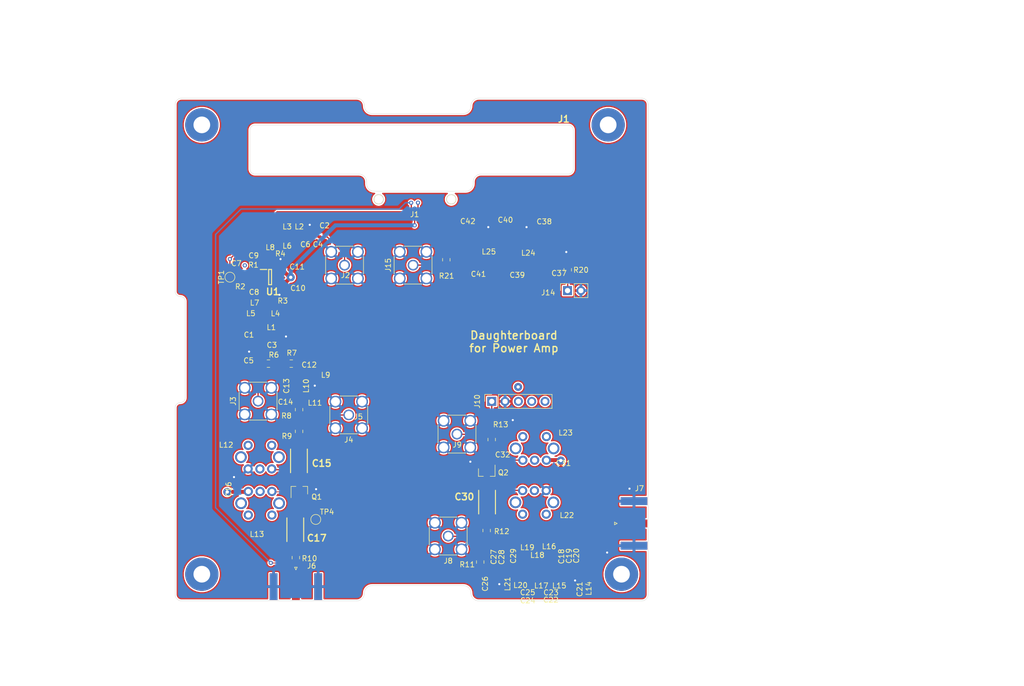
<source format=kicad_pcb>
(kicad_pcb (version 20171130) (host pcbnew "(5.1.5-0-10_14)")
  (layers (0 F.Cu signal) (1 In1.Cu power) (2 In2.Cu power) (31 B.Cu signal) (34 B.Paste user) (35 F.Paste user) (36 B.SilkS user) (37 F.SilkS user) (38 B.Mask user) (39 F.Mask user) (44 Edge.Cuts user))
  (net 0 "")
  (net 1 GND)
  (net 2 "Net-(C8-Pad2)")
  (net 3 "Net-(C8-Pad1)")
  (net 4 "Net-(C9-Pad2)")
  (net 5 "Net-(C9-Pad1)")
  (net 6 +5V)
  (net 7 "Net-(C12-Pad2)")
  (net 8 "Net-(C14-Pad2)")
  (net 9 "Net-(C15-Pad1)")
  (net 10 +8V)
  (net 11 "Net-(C17-Pad2)")
  (net 12 "Net-(L1-Pad1)")
  (net 13 "Net-(L2-Pad1)")
  (net 14 "Net-(L3-Pad2)")
  (net 15 "Net-(L4-Pad2)")
  (net 16 "Net-(R1-Pad1)")
  (net 17 "Net-(C24-Pad1)")
  (net 18 "Net-(L15-Pad2)")
  (net 19 "Net-(C22-Pad2)")
  (net 20 "Net-(L18-Pad2)")
  (net 21 "Net-(C1-Pad1)")
  (net 22 "Net-(C12-Pad1)")
  (net 23 "Net-(C13-Pad1)")
  (net 24 "Net-(C15-Pad2)")
  (net 25 "Net-(C17-Pad1)")
  (net 26 "Net-(C30-Pad2)")
  (net 27 "Net-(C32-Pad2)")
  (net 28 "Net-(C30-Pad1)")
  (net 29 "Net-(C32-Pad1)")
  (net 30 "Net-(J10-Pad1)")
  (net 31 "Net-(C37-Pad1)")
  (net 32 "/Low Pass Filter/PA_OUT")
  (net 33 "Net-(C41-Pad1)")
  (net 34 "Net-(J15-Pad1)")
  (net 35 "Net-(C39-Pad1)")
  (net 36 "/Variable Attenuator/Duplexer_Output")
  (net 37 /VA-IMAGE_REJECT)
  (net 38 /BPF-PRE_AMP)
  (net 39 Bus_116)
  (net 40 /IMAGE_REJECT-LNA)
  (net 41 Bus_64)
  (net 42 Bus_90)
  (module LT:BAP64Q (layer F.Cu) (at 41.3535 51.9707)
    (fp_text reference U1 (at 0.508 2.794) (layer F.SilkS) (effects (font (size 1.27 1.27) (thickness 0.254))))
    (fp_text value BAP64Q hide)
    (pad 1 smd rect (at -1.25 -0.95 90) (size 0.5 1.25) (layers F.Cu F.Paste F.Mask) (net 5 "Net-(C9-Pad1)"))
    (pad 2 smd rect (at -1.25 0 90) (size 0.5 1.25) (layers F.Cu F.Paste F.Mask) (net 16 "Net-(R1-Pad1)"))
    (pad 3 smd rect (at -1.25 0.95 90) (size 0.5 1.25) (layers F.Cu F.Paste F.Mask) (net 3 "Net-(C8-Pad1)"))
    (pad 4 smd rect (at 1.25 0.95 90) (size 0.5 1.25) (layers F.Cu F.Paste F.Mask) (net 6 +5V))
    (pad 5 smd rect (at 1.25 -0.95 90) (size 0.5 1.25) (layers F.Cu F.Paste F.Mask) (net 6 +5V))
  )
  (module Connector_PinSocket_2.54mm:PinSocket_1x05_P2.54mm_Vertical (layer F.Cu) (at 83.61 75.69 90)
    (fp_text reference J10 (at 0 -2.77 90) (layer F.SilkS))
    (fp_text value Conn_01x05_Female)
    (pad 1 thru_hole rect (at 0 0 90) (size 1.7 1.7) (drill 1) (layers *.Cu *.Mask) (net 30 "Net-(J10-Pad1)"))
    (pad 2 thru_hole oval (at 0 2.54 90) (size 1.7 1.7) (drill 1) (layers *.Cu *.Mask) (net 1 GND))
    (pad 3 thru_hole oval (at 0 5.08 90) (size 1.7 1.7) (drill 1) (layers *.Cu *.Mask))
    (pad 4 thru_hole oval (at 0 7.62 90) (size 1.7 1.7) (drill 1) (layers *.Cu *.Mask))
    (pad 5 thru_hole oval (at 0 10.16 90) (size 1.7 1.7) (drill 1) (layers *.Cu *.Mask))
  )
  (module Capacitor_SMD:C_0402_1005Metric (layer F.Cu) (at 96.41304 49.0654 90)
    (fp_text reference C37 (at -2.1746 0.02696) (layer F.SilkS))
    (fp_text value 180pF)
    (pad 1 smd roundrect (at -0.485 0 90) (size 0.59 0.64) (layers F.Cu F.Paste F.Mask) (net 31 "Net-(C37-Pad1)"))
    (pad 2 smd roundrect (at 0.485 0 90) (size 0.59 0.64) (layers F.Cu F.Paste F.Mask) (net 1 GND))
  )
  (module Capacitor_SMD:C_0402_1005Metric (layer F.Cu) (at 88.981 49.0654 90)
    (fp_text reference C39 (at -2.5246 -0.511) (layer F.SilkS))
    (fp_text value 270pF)
    (pad 2 smd roundrect (at 0.485 0 90) (size 0.59 0.64) (layers F.Cu F.Paste F.Mask) (net 1 GND))
    (pad 1 smd roundrect (at -0.485 0 90) (size 0.59 0.64) (layers F.Cu F.Paste F.Mask) (net 35 "Net-(C39-Pad1)"))
  )
  (module Capacitor_SMD:C_0402_1005Metric (layer F.Cu) (at 81.6912 49.0654 90)
    (fp_text reference C41 (at -2.3346 -0.6112) (layer F.SilkS))
    (fp_text value 180pF)
    (pad 1 smd roundrect (at -0.485 0 90) (size 0.59 0.64) (layers F.Cu F.Paste F.Mask) (net 33 "Net-(C41-Pad1)"))
    (pad 2 smd roundrect (at 0.485 0 90) (size 0.59 0.64) (layers F.Cu F.Paste F.Mask) (net 1 GND))
  )
  (module Connector_PinSocket_2.54mm:PinSocket_1x02_P2.54mm_Vertical (layer F.Cu) (at 98.06 54.55 90)
    (fp_text reference J14 (at -0.39 -3.69) (layer F.SilkS))
    (fp_text value Conn_01x02_Female)
    (pad 1 thru_hole rect (at 0 0 90) (size 1.7 1.7) (drill 1) (layers *.Cu *.Mask) (net 32 "/Low Pass Filter/PA_OUT"))
    (pad 2 thru_hole oval (at 0 2.54 90) (size 1.7 1.7) (drill 1) (layers *.Cu *.Mask) (net 1 GND))
  )
  (module Inductor_SMD:L_0402_1005Metric (layer F.Cu) (at 90.58868 49.5504 180)
    (fp_text reference L24 (at 0.01868 2.1804) (layer F.SilkS))
    (fp_text value 330nH)
    (pad 2 smd roundrect (at 0.485 0 180) (size 0.59 0.64) (layers F.Cu F.Paste F.Mask) (net 35 "Net-(C39-Pad1)"))
    (pad 1 smd roundrect (at -0.485 0 180) (size 0.59 0.64) (layers F.Cu F.Paste F.Mask) (net 31 "Net-(C37-Pad1)"))
  )
  (module Inductor_SMD:L_0402_1005Metric (layer F.Cu) (at 83.266 49.5504 180)
    (fp_text reference L25 (at 0.216 2.4204) (layer F.SilkS))
    (fp_text value 330nH)
    (pad 1 smd roundrect (at -0.485 0 180) (size 0.59 0.64) (layers F.Cu F.Paste F.Mask) (net 35 "Net-(C39-Pad1)"))
    (pad 2 smd roundrect (at 0.485 0 180) (size 0.59 0.64) (layers F.Cu F.Paste F.Mask) (net 33 "Net-(C41-Pad1)"))
  )
  (module Resistor_SMD:R_0805_2012Metric_Pad1.15x1.40mm_HandSolder (layer F.Cu) (at 74.95 48.665 90)
    (fp_text reference R21 (at -3.085 0.05) (layer F.SilkS))
    (fp_text value 0)
    (pad 2 smd roundrect (at 1.025 0 90) (size 1.15 1.4) (layers F.Cu F.Paste F.Mask) (roundrect_rratio 0.217391) (net 33 "Net-(C41-Pad1)"))
    (pad 1 smd roundrect (at -1.025 0 90) (size 1.15 1.4) (layers F.Cu F.Paste F.Mask) (roundrect_rratio 0.217391) (net 34 "Net-(J15-Pad1)"))
  )
  (module Resistor_SMD:R_0805_2012Metric_Pad1.15x1.40mm_HandSolder (layer F.Cu) (at 98.09 50.585 270)
    (fp_text reference R20 (at 0.04 -2.535) (layer F.SilkS))
    (fp_text value 0)
    (pad 1 smd roundrect (at -1.025 0 270) (size 1.15 1.4) (layers F.Cu F.Paste F.Mask) (roundrect_rratio 0.217391) (net 31 "Net-(C37-Pad1)"))
    (pad 2 smd roundrect (at 1.025 0 270) (size 1.15 1.4) (layers F.Cu F.Paste F.Mask) (roundrect_rratio 0.217391) (net 32 "/Low Pass Filter/PA_OUT"))
  )
  (module Connector_Coaxial:SMA_Amphenol_132291_Vertical (layer F.Cu) (at 76.98 81.93 270)
    (fp_text reference J9 (at 2.04 -0.04 180) (layer F.SilkS))
    (fp_text value Conn_Coaxial)
    (pad 1 thru_hole circle (at 0 0 270) (size 2.05 2.05) (drill 1.5) (layers *.Cu *.Mask) (net 30 "Net-(J10-Pad1)"))
    (pad 2 thru_hole circle (at 2.54 2.54 270) (size 2.25 2.25) (drill 1.7) (layers *.Cu *.Mask) (net 1 GND))
    (pad 2 thru_hole circle (at 2.54 -2.54 270) (size 2.25 2.25) (drill 1.7) (layers *.Cu *.Mask) (net 1 GND))
    (pad 2 thru_hole circle (at -2.54 -2.54 270) (size 2.25 2.25) (drill 1.7) (layers *.Cu *.Mask) (net 1 GND))
    (pad 2 thru_hole circle (at -2.54 2.54 270) (size 2.25 2.25) (drill 1.7) (layers *.Cu *.Mask) (net 1 GND))
  )
  (module Resistor_SMD:R_0805_2012Metric_Pad1.15x1.40mm_HandSolder (layer F.Cu) (at 83.6 82.975 270)
    (fp_text reference R13 (at -2.865 -1.71) (layer F.SilkS))
    (fp_text value 0)
    (pad 1 smd roundrect (at -1.025 0 270) (size 1.15 1.4) (layers F.Cu F.Paste F.Mask) (roundrect_rratio 0.217391) (net 30 "Net-(J10-Pad1)"))
    (pad 2 smd roundrect (at 1.025 0 270) (size 1.15 1.4) (layers F.Cu F.Paste F.Mask) (roundrect_rratio 0.217391) (net 29 "Net-(C32-Pad1)"))
  )
  (module Connector_Coaxial:SMA_Amphenol_132291_Vertical (layer F.Cu) (at 75.31 101.38 180)
    (fp_text reference J8 (at 0 -4.75) (layer F.SilkS))
    (fp_text value Conn_Coaxial)
    (pad 1 thru_hole circle (at 0 0 180) (size 2.05 2.05) (drill 1.5) (layers *.Cu *.Mask) (net 38 /BPF-PRE_AMP))
    (pad 2 thru_hole circle (at 2.54 2.54 180) (size 2.25 2.25) (drill 1.7) (layers *.Cu *.Mask) (net 1 GND))
    (pad 2 thru_hole circle (at 2.54 -2.54 180) (size 2.25 2.25) (drill 1.7) (layers *.Cu *.Mask) (net 1 GND))
    (pad 2 thru_hole circle (at -2.54 -2.54 180) (size 2.25 2.25) (drill 1.7) (layers *.Cu *.Mask) (net 1 GND))
    (pad 2 thru_hole circle (at -2.54 2.54 180) (size 2.25 2.25) (drill 1.7) (layers *.Cu *.Mask) (net 1 GND))
  )
  (module Capacitor_SMD:C_0402_1005Metric (layer F.Cu) (at 83.61 85.985 270)
    (fp_text reference C32 (at -0.125 -2.09) (layer F.SilkS))
    (fp_text value 1uF)
    (pad 2 smd roundrect (at 0.485 0 270) (size 0.59 0.64) (layers F.Cu F.Paste F.Mask) (net 27 "Net-(C32-Pad2)"))
    (pad 1 smd roundrect (at -0.485 0 270) (size 0.59 0.64) (layers F.Cu F.Paste F.Mask) (net 29 "Net-(C32-Pad1)"))
  )
  (module Capacitor_SMD:C_0402_1005Metric (layer F.Cu) (at 97.265 88.66)
    (fp_text reference C31 (at 0 -1.17 180) (layer F.SilkS))
    (fp_text value 1uF)
    (pad 1 smd roundrect (at -0.485 0) (size 0.59 0.64) (layers F.Cu F.Paste F.Mask) (net 10 +8V))
    (pad 2 smd roundrect (at 0.485 0) (size 0.59 0.64) (layers F.Cu F.Paste F.Mask) (net 1 GND))
  )
  (module Package_TO_SOT_SMD:SOT-23 (layer F.Cu) (at 82.66 89.23 270)
    (fp_text reference Q2 (at 0.05 -3.15) (layer F.SilkS))
    (fp_text value Q_NJFET_DSG)
    (pad 1 smd rect (at -1 -0.95 270) (size 0.9 0.8) (layers F.Cu F.Paste F.Mask) (net 27 "Net-(C32-Pad2)"))
    (pad 2 smd rect (at -1 0.95 270) (size 0.9 0.8) (layers F.Cu F.Paste F.Mask) (net 1 GND))
    (pad 3 smd rect (at 1 0 270) (size 0.9 0.8) (layers F.Cu F.Paste F.Mask) (net 28 "Net-(C30-Pad1)"))
  )
  (module Resistor_SMD:R_0805_2012Metric_Pad1.15x1.40mm_HandSolder (layer F.Cu) (at 82.635 100.33 270)
    (fp_text reference R12 (at 0.16 -2.875) (layer F.SilkS))
    (fp_text value 0)
    (pad 2 smd roundrect (at 1.025 0 270) (size 1.15 1.4) (layers F.Cu F.Paste F.Mask) (roundrect_rratio 0.217391) (net 38 /BPF-PRE_AMP))
    (pad 1 smd roundrect (at -1.025 0 270) (size 1.15 1.4) (layers F.Cu F.Paste F.Mask) (roundrect_rratio 0.217391) (net 26 "Net-(C30-Pad2)"))
  )
  (module Resistor_SMD:R_0805_2012Metric_Pad1.15x1.40mm_HandSolder (layer F.Cu) (at 81.41 106.335 270)
    (fp_text reference R11 (at 0.485 2.48) (layer F.SilkS))
    (fp_text value 0)
    (pad 1 smd roundrect (at -1.025 0 270) (size 1.15 1.4) (layers F.Cu F.Paste F.Mask) (roundrect_rratio 0.217391) (net 38 /BPF-PRE_AMP))
    (pad 2 smd roundrect (at 1.025 0 270) (size 1.15 1.4) (layers F.Cu F.Paste F.Mask) (roundrect_rratio 0.217391) (net 17 "Net-(C24-Pad1)"))
  )
  (module Capacitor_SMD:C_0402_1005Metric (layer F.Cu) (at 97.231 107.7846 270)
    (fp_text reference C18 (at -2.5146 0.341 270) (layer F.SilkS))
    (fp_text value "No Connect")
    (pad 2 smd roundrect (at 0.485 0 270) (size 0.59 0.64) (layers F.Cu F.Paste F.Mask) (net 1 GND))
    (pad 1 smd roundrect (at -0.485 0 270) (size 0.59 0.64) (layers F.Cu F.Paste F.Mask) (net 41 Bus_64))
  )
  (module Capacitor_SMD:C_0402_1005Metric (layer F.Cu) (at 98.3486 107.7846 270)
    (fp_text reference C19 (at -2.6046 0.0086 270) (layer F.SilkS))
    (fp_text value 560pF)
    (pad 1 smd roundrect (at -0.485 0 270) (size 0.59 0.64) (layers F.Cu F.Paste F.Mask) (net 41 Bus_64))
    (pad 2 smd roundrect (at 0.485 0 270) (size 0.59 0.64) (layers F.Cu F.Paste F.Mask) (net 1 GND))
  )
  (module Capacitor_SMD:C_0402_1005Metric (layer F.Cu) (at 99.4662 107.7846 270)
    (fp_text reference C20 (at -2.6446 -0.2738 270) (layer F.SilkS))
    (fp_text value "56 pF")
    (pad 2 smd roundrect (at 0.485 0 270) (size 0.59 0.64) (layers F.Cu F.Paste F.Mask) (net 1 GND))
    (pad 1 smd roundrect (at -0.485 0 270) (size 0.59 0.64) (layers F.Cu F.Paste F.Mask) (net 41 Bus_64))
  )
  (module Capacitor_SMD:C_0402_1005Metric (layer F.Cu) (at 100.6346 107.7846 270)
    (fp_text reference C21 (at 3.7354 0.2546 270) (layer F.SilkS))
    (fp_text value "No Connect")
    (pad 1 smd roundrect (at -0.485 0 270) (size 0.59 0.64) (layers F.Cu F.Paste F.Mask) (net 41 Bus_64))
    (pad 2 smd roundrect (at 0.485 0 270) (size 0.59 0.64) (layers F.Cu F.Paste F.Mask) (net 1 GND))
  )
  (module Capacitor_SMD:C_0402_1005Metric (layer F.Cu) (at 94.4622 109.6156 180)
    (fp_text reference C22 (at -0.4078 -3.9544) (layer F.SilkS))
    (fp_text value 18pF)
    (pad 2 smd roundrect (at 0.485 0 180) (size 0.59 0.64) (layers F.Cu F.Paste F.Mask) (net 19 "Net-(C22-Pad2)"))
    (pad 1 smd roundrect (at -0.485 0 180) (size 0.59 0.64) (layers F.Cu F.Paste F.Mask) (net 41 Bus_64))
  )
  (module Capacitor_SMD:C_0402_1005Metric (layer F.Cu) (at 94.4622 108.498 180)
    (fp_text reference C23 (at -0.4478 -3.672) (layer F.SilkS))
    (fp_text value "No Connect")
    (pad 1 smd roundrect (at -0.485 0 180) (size 0.59 0.64) (layers F.Cu F.Paste F.Mask) (net 41 Bus_64))
    (pad 2 smd roundrect (at 0.485 0 180) (size 0.59 0.64) (layers F.Cu F.Paste F.Mask) (net 19 "Net-(C22-Pad2)"))
  )
  (module Capacitor_SMD:C_0402_1005Metric (layer F.Cu) (at 90.4236 109.6156)
    (fp_text reference C24 (at 0.0564 4.0744) (layer F.SilkS))
    (fp_text value 43pF)
    (pad 2 smd roundrect (at 0.485 0) (size 0.59 0.64) (layers F.Cu F.Paste F.Mask) (net 19 "Net-(C22-Pad2)"))
    (pad 1 smd roundrect (at -0.485 0) (size 0.59 0.64) (layers F.Cu F.Paste F.Mask) (net 17 "Net-(C24-Pad1)"))
  )
  (module Capacitor_SMD:C_0402_1005Metric (layer F.Cu) (at 90.4236 108.498 180)
    (fp_text reference C25 (at -0.0364 -3.652 180) (layer F.SilkS))
    (fp_text value "No Connect")
    (pad 1 smd roundrect (at -0.485 0 180) (size 0.59 0.64) (layers F.Cu F.Paste F.Mask) (net 19 "Net-(C22-Pad2)"))
    (pad 2 smd roundrect (at 0.485 0 180) (size 0.59 0.64) (layers F.Cu F.Paste F.Mask) (net 17 "Net-(C24-Pad1)"))
  )
  (module Capacitor_SMD:C_0402_1005Metric (layer F.Cu) (at 83.2402 107.8946 270)
    (fp_text reference C26 (at 2.6054 0.8802 90) (layer F.SilkS))
    (fp_text value 560pF)
    (pad 2 smd roundrect (at 0.485 0 270) (size 0.59 0.64) (layers F.Cu F.Paste F.Mask) (net 1 GND))
    (pad 1 smd roundrect (at -0.485 0 270) (size 0.59 0.64) (layers F.Cu F.Paste F.Mask) (net 17 "Net-(C24-Pad1)"))
  )
  (module Capacitor_SMD:C_0402_1005Metric (layer F.Cu) (at 84.3578 107.8946 270)
    (fp_text reference C27 (at -2.5146 0.3678 90) (layer F.SilkS))
    (fp_text value 56pF)
    (pad 1 smd roundrect (at -0.485 0 270) (size 0.59 0.64) (layers F.Cu F.Paste F.Mask) (net 17 "Net-(C24-Pad1)"))
    (pad 2 smd roundrect (at 0.485 0 270) (size 0.59 0.64) (layers F.Cu F.Paste F.Mask) (net 1 GND))
  )
  (module Capacitor_SMD:C_0402_1005Metric (layer F.Cu) (at 85.4754 107.8946 270)
    (fp_text reference C28 (at -2.4846 -0.0046 270) (layer F.SilkS))
    (fp_text value "No Connect")
    (pad 2 smd roundrect (at 0.485 0 270) (size 0.59 0.64) (layers F.Cu F.Paste F.Mask) (net 1 GND))
    (pad 1 smd roundrect (at -0.485 0 270) (size 0.59 0.64) (layers F.Cu F.Paste F.Mask) (net 17 "Net-(C24-Pad1)"))
  )
  (module Capacitor_SMD:C_0402_1005Metric (layer F.Cu) (at 87.7106 107.8946 270)
    (fp_text reference C29 (at -2.7046 -0.0094 270) (layer F.SilkS))
    (fp_text value "No Connect")
    (pad 1 smd roundrect (at -0.485 0 270) (size 0.59 0.64) (layers F.Cu F.Paste F.Mask) (net 17 "Net-(C24-Pad1)"))
    (pad 2 smd roundrect (at 0.485 0 270) (size 0.59 0.64) (layers F.Cu F.Paste F.Mask) (net 1 GND))
  )
  (module Connector_Coaxial:SMA_Amphenol_132289_EdgeMount (layer F.Cu) (at 110.73 98.98)
    (fp_text reference J7 (at 1.03 -6.67) (layer F.SilkS))
    (fp_text value Conn_Coaxial)
    (pad 2 smd rect (at 0 4.25 90) (size 1.5 5.08) (layers B.Cu B.Paste B.Mask) (net 1 GND))
    (pad 2 smd rect (at 0 -4.25 90) (size 1.5 5.08) (layers B.Cu B.Paste B.Mask) (net 1 GND))
    (pad 2 smd rect (at 0 4.25 90) (size 1.5 5.08) (layers F.Cu F.Paste F.Mask) (net 1 GND))
    (pad 2 smd rect (at 0 -4.25 90) (size 1.5 5.08) (layers F.Cu F.Paste F.Mask) (net 1 GND))
    (pad 1 smd rect (at 0 0 90) (size 1.5 5.08) (layers F.Cu F.Paste F.Mask) (net 41 Bus_64))
  )
  (module Inductor_SMD:L_0402_1005Metric (layer F.Cu) (at 101.803 107.7846 270)
    (fp_text reference L14 (at 3.5954 -0.287 90) (layer F.SilkS))
    (fp_text value 47nH)
    (pad 2 smd roundrect (at 0.485 0 270) (size 0.59 0.64) (layers F.Cu F.Paste F.Mask) (net 1 GND))
    (pad 1 smd roundrect (at -0.485 0 270) (size 0.59 0.64) (layers F.Cu F.Paste F.Mask) (net 41 Bus_64))
  )
  (module Inductor_SMD:L_0402_1005Metric (layer F.Cu) (at 86.593 107.8946 270)
    (fp_text reference L21 (at 2.6254 -0.027 270) (layer F.SilkS))
    (fp_text value 47nH)
    (pad 1 smd roundrect (at -0.485 0 270) (size 0.59 0.64) (layers F.Cu F.Paste F.Mask) (net 17 "Net-(C24-Pad1)"))
    (pad 2 smd roundrect (at 0.485 0 270) (size 0.59 0.64) (layers F.Cu F.Paste F.Mask) (net 1 GND))
  )
  (module Inductor_SMD:L_0402_1005Metric (layer F.Cu) (at 89.3822 107.3804 180)
    (fp_text reference L20 (at 0.2922 -3.3896 180) (layer F.SilkS))
    (fp_text value 72nH)
    (pad 2 smd roundrect (at 0.485 0 180) (size 0.59 0.64) (layers F.Cu F.Paste F.Mask) (net 17 "Net-(C24-Pad1)"))
    (pad 1 smd roundrect (at -0.485 0 180) (size 0.59 0.64) (layers F.Cu F.Paste F.Mask) (net 20 "Net-(L18-Pad2)"))
  )
  (module Inductor_SMD:L_0402_1005Metric (layer F.Cu) (at 90.3982 106.2628 180)
    (fp_text reference L19 (at 0.0182 2.7028) (layer F.SilkS))
    (fp_text value "No Connect")
    (pad 1 smd roundrect (at -0.485 0 180) (size 0.59 0.64) (layers F.Cu F.Paste F.Mask) (net 19 "Net-(C22-Pad2)"))
    (pad 2 smd roundrect (at 0.485 0 180) (size 0.59 0.64) (layers F.Cu F.Paste F.Mask) (net 17 "Net-(C24-Pad1)"))
  )
  (module Inductor_SMD:L_0402_1005Metric (layer F.Cu) (at 95.529 107.3804 180)
    (fp_text reference L15 (at -0.951 -3.4696 180) (layer F.SilkS))
    (fp_text value 680nH)
    (pad 2 smd roundrect (at 0.485 0 180) (size 0.59 0.64) (layers F.Cu F.Paste F.Mask) (net 18 "Net-(L15-Pad2)"))
    (pad 1 smd roundrect (at -0.485 0 180) (size 0.59 0.64) (layers F.Cu F.Paste F.Mask) (net 41 Bus_64))
  )
  (module Inductor_SMD:L_0402_1005Metric (layer F.Cu) (at 91.4142 107.3804 180)
    (fp_text reference L18 (at -0.8858 2.3604) (layer F.SilkS))
    (fp_text value 1.5uH)
    (pad 1 smd roundrect (at -0.485 0 180) (size 0.59 0.64) (layers F.Cu F.Paste F.Mask) (net 19 "Net-(C22-Pad2)"))
    (pad 2 smd roundrect (at 0.485 0 180) (size 0.59 0.64) (layers F.Cu F.Paste F.Mask) (net 20 "Net-(L18-Pad2)"))
  )
  (module Inductor_SMD:L_0402_1005Metric (layer F.Cu) (at 94.4646 106.2628 180)
    (fp_text reference L16 (at -0.0754 2.8928) (layer F.SilkS))
    (fp_text value "No Connect")
    (pad 2 smd roundrect (at 0.485 0 180) (size 0.59 0.64) (layers F.Cu F.Paste F.Mask) (net 19 "Net-(C22-Pad2)"))
    (pad 1 smd roundrect (at -0.485 0 180) (size 0.59 0.64) (layers F.Cu F.Paste F.Mask) (net 41 Bus_64))
  )
  (module Inductor_SMD:L_0402_1005Metric (layer F.Cu) (at 93.4462 107.3804 180)
    (fp_text reference L17 (at 0.3962 -3.4696 180) (layer F.SilkS))
    (fp_text value 6.8nH)
    (pad 1 smd roundrect (at -0.485 0 180) (size 0.59 0.64) (layers F.Cu F.Paste F.Mask) (net 18 "Net-(L15-Pad2)"))
    (pad 2 smd roundrect (at 0.485 0 180) (size 0.59 0.64) (layers F.Cu F.Paste F.Mask) (net 19 "Net-(C22-Pad2)"))
  )
  (module Capacitor_SMD:C_0402_1005Metric (layer F.Cu) (at 39.49 63.085 180)
    (fp_text reference C1 (at 2.17 0.095) (layer F.SilkS))
    (fp_text value 220pF)
    (pad 2 smd roundrect (at 0.485 0 180) (size 0.59 0.64) (layers F.Cu F.Paste F.Mask) (net 1 GND))
    (pad 1 smd roundrect (at -0.485 0 180) (size 0.59 0.64) (layers F.Cu F.Paste F.Mask) (net 21 "Net-(C1-Pad1)"))
  )
  (module Capacitor_SMD:C_0402_1005Metric (layer F.Cu) (at 50.79 43.82 90)
    (fp_text reference C2 (at 1.67 0.94 180) (layer F.SilkS))
    (fp_text value 220pF)
    (pad 2 smd roundrect (at 0.485 0 90) (size 0.59 0.64) (layers F.Cu F.Paste F.Mask) (net 1 GND))
    (pad 1 smd roundrect (at -0.485 0 90) (size 0.59 0.64) (layers F.Cu F.Paste F.Mask) (net 36 "/Variable Attenuator/Duplexer_Output"))
  )
  (module Capacitor_SMD:C_0402_1005Metric (layer F.Cu) (at 39.525 65.585 180)
    (fp_text reference C3 (at -2.165 0.635) (layer F.SilkS))
    (fp_text value 22pF)
    (pad 1 smd roundrect (at -0.485 0 180) (size 0.59 0.64) (layers F.Cu F.Paste F.Mask) (net 21 "Net-(C1-Pad1)"))
    (pad 2 smd roundrect (at 0.485 0 180) (size 0.59 0.64) (layers F.Cu F.Paste F.Mask) (net 1 GND))
  )
  (module Capacitor_SMD:C_0402_1005Metric (layer F.Cu) (at 49.665 43.815 90)
    (fp_text reference C4 (at -1.925 0.805 180) (layer F.SilkS))
    (fp_text value 22pF)
    (pad 2 smd roundrect (at 0.485 0 90) (size 0.59 0.64) (layers F.Cu F.Paste F.Mask) (net 1 GND))
    (pad 1 smd roundrect (at -0.485 0 90) (size 0.59 0.64) (layers F.Cu F.Paste F.Mask) (net 36 "/Variable Attenuator/Duplexer_Output"))
  )
  (module Capacitor_SMD:C_0402_1005Metric (layer F.Cu) (at 39.52 66.825 180)
    (fp_text reference C5 (at 2.26 -1.085) (layer F.SilkS))
    (fp_text value 330pF)
    (pad 2 smd roundrect (at 0.485 0 180) (size 0.59 0.64) (layers F.Cu F.Paste F.Mask) (net 1 GND))
    (pad 1 smd roundrect (at -0.485 0 180) (size 0.59 0.64) (layers F.Cu F.Paste F.Mask) (net 21 "Net-(C1-Pad1)"))
  )
  (module Capacitor_SMD:C_0402_1005Metric (layer F.Cu) (at 48.505 43.815 90)
    (fp_text reference C6 (at -1.925 -0.425 180) (layer F.SilkS))
    (fp_text value 330pF)
    (pad 1 smd roundrect (at -0.485 0 90) (size 0.59 0.64) (layers F.Cu F.Paste F.Mask) (net 36 "/Variable Attenuator/Duplexer_Output"))
    (pad 2 smd roundrect (at 0.485 0 90) (size 0.59 0.64) (layers F.Cu F.Paste F.Mask) (net 1 GND))
  )
  (module Capacitor_SMD:C_0402_1005Metric (layer F.Cu) (at 36.39 51.51 90)
    (fp_text reference C7 (at 2.15 -1.47 180) (layer F.SilkS))
    (fp_text value 10nH)
    (pad 1 smd roundrect (at -0.485 0 90) (size 0.59 0.64) (layers F.Cu F.Paste F.Mask) (net 39 Bus_116))
    (pad 2 smd roundrect (at 0.485 0 90) (size 0.59 0.64) (layers F.Cu F.Paste F.Mask) (net 1 GND))
  )
  (module Capacitor_SMD:C_0402_1005Metric (layer F.Cu) (at 40.02 54.89 270)
    (fp_text reference C8 (at -0.05 1.72 180) (layer F.SilkS))
    (fp_text value 10nF)
    (pad 2 smd roundrect (at 0.485 0 270) (size 0.59 0.64) (layers F.Cu F.Paste F.Mask) (net 2 "Net-(C8-Pad2)"))
    (pad 1 smd roundrect (at -0.485 0 270) (size 0.59 0.64) (layers F.Cu F.Paste F.Mask) (net 3 "Net-(C8-Pad1)"))
  )
  (module Capacitor_SMD:C_0402_1005Metric (layer F.Cu) (at 40.02 48.985 90)
    (fp_text reference C9 (at 1.115 -1.8 180) (layer F.SilkS))
    (fp_text value 10nF)
    (pad 2 smd roundrect (at 0.485 0 90) (size 0.59 0.64) (layers F.Cu F.Paste F.Mask) (net 4 "Net-(C9-Pad2)"))
    (pad 1 smd roundrect (at -0.485 0 90) (size 0.59 0.64) (layers F.Cu F.Paste F.Mask) (net 5 "Net-(C9-Pad1)"))
  )
  (module Capacitor_SMD:C_0402_1005Metric (layer F.Cu) (at 44.095 53.41 90)
    (fp_text reference C10 (at -0.68 2.575 180) (layer F.SilkS))
    (fp_text value 10nF)
    (pad 1 smd roundrect (at -0.485 0 90) (size 0.59 0.64) (layers F.Cu F.Paste F.Mask) (net 1 GND))
    (pad 2 smd roundrect (at 0.485 0 90) (size 0.59 0.64) (layers F.Cu F.Paste F.Mask) (net 6 +5V))
  )
  (module Capacitor_SMD:C_0402_1005Metric (layer F.Cu) (at 44.115 50.535 90)
    (fp_text reference C11 (at 0.525 2.385 180) (layer F.SilkS))
    (fp_text value 10nF)
    (pad 1 smd roundrect (at -0.485 0 90) (size 0.59 0.64) (layers F.Cu F.Paste F.Mask) (net 6 +5V))
    (pad 2 smd roundrect (at 0.485 0 90) (size 0.59 0.64) (layers F.Cu F.Paste F.Mask) (net 1 GND))
  )
  (module Capacitor_SMD:C_0402_1005Metric (layer F.Cu) (at 47.01 70.62)
    (fp_text reference C12 (at 1.79 -1.9) (layer F.SilkS))
    (fp_text value 27pF)
    (pad 1 smd roundrect (at -0.485 0) (size 0.59 0.64) (layers F.Cu F.Paste F.Mask) (net 22 "Net-(C12-Pad1)"))
    (pad 2 smd roundrect (at 0.485 0) (size 0.59 0.64) (layers F.Cu F.Paste F.Mask) (net 7 "Net-(C12-Pad2)"))
  )
  (module Capacitor_SMD:C_0402_1005Metric (layer F.Cu) (at 45.92 72.725 90)
    (fp_text reference C13 (at -0.025 -1.45 270) (layer F.SilkS))
    (fp_text value 180pF)
    (pad 1 smd roundrect (at -0.485 0 90) (size 0.59 0.64) (layers F.Cu F.Paste F.Mask) (net 23 "Net-(C13-Pad1)"))
    (pad 2 smd roundrect (at 0.485 0 90) (size 0.59 0.64) (layers F.Cu F.Paste F.Mask) (net 22 "Net-(C12-Pad1)"))
  )
  (module Capacitor_SMD:C_0402_1005Metric (layer F.Cu) (at 46.955 74.7)
    (fp_text reference C14 (at -2.665 1.09 180) (layer F.SilkS))
    (fp_text value 27pF)
    (pad 2 smd roundrect (at 0.485 0) (size 0.59 0.64) (layers F.Cu F.Paste F.Mask) (net 8 "Net-(C14-Pad2)"))
    (pad 1 smd roundrect (at -0.485 0) (size 0.59 0.64) (layers F.Cu F.Paste F.Mask) (net 23 "Net-(C13-Pad1)"))
  )
  (module Capacitor_SMD:C_0402_1005Metric (layer F.Cu) (at 34.635 92.47 90)
    (fp_text reference C16 (at 0 -1.17 90) (layer F.SilkS))
    (fp_text value 1uF)
    (pad 1 smd roundrect (at -0.485 0 90) (size 0.59 0.64) (layers F.Cu F.Paste F.Mask) (net 10 +8V))
    (pad 2 smd roundrect (at 0.485 0 90) (size 0.59 0.64) (layers F.Cu F.Paste F.Mask) (net 1 GND))
  )
  (module Connector_Coaxial:SMA_Amphenol_132289_EdgeMount (layer F.Cu) (at 46.27 111.04 270)
    (fp_text reference J6 (at -3.96 -3) (layer F.SilkS))
    (fp_text value Conn_Coaxial)
    (pad 2 smd rect (at 0 4.25) (size 1.5 5.08) (layers B.Cu B.Paste B.Mask) (net 1 GND))
    (pad 2 smd rect (at 0 -4.25) (size 1.5 5.08) (layers B.Cu B.Paste B.Mask) (net 1 GND))
    (pad 2 smd rect (at 0 4.25) (size 1.5 5.08) (layers F.Cu F.Paste F.Mask) (net 1 GND))
    (pad 2 smd rect (at 0 -4.25) (size 1.5 5.08) (layers F.Cu F.Paste F.Mask) (net 1 GND))
    (pad 1 smd rect (at 0 0) (size 1.5 5.08) (layers F.Cu F.Paste F.Mask) (net 42 Bus_90))
  )
  (module Inductor_SMD:L_0402_1005Metric (layer F.Cu) (at 39.98 61.46 270)
    (fp_text reference L1 (at 0.11 -1.6 180) (layer F.SilkS))
    (fp_text value 3.9nH)
    (pad 2 smd roundrect (at 0.485 0 270) (size 0.59 0.64) (layers F.Cu F.Paste F.Mask) (net 21 "Net-(C1-Pad1)"))
    (pad 1 smd roundrect (at -0.485 0 270) (size 0.59 0.64) (layers F.Cu F.Paste F.Mask) (net 12 "Net-(L1-Pad1)"))
  )
  (module Inductor_SMD:L_0402_1005Metric (layer F.Cu) (at 46.89 44.3)
    (fp_text reference L2 (at 0.02 -1.94) (layer F.SilkS))
    (fp_text value 3.9nH)
    (pad 1 smd roundrect (at -0.485 0) (size 0.59 0.64) (layers F.Cu F.Paste F.Mask) (net 13 "Net-(L2-Pad1)"))
    (pad 2 smd roundrect (at 0.485 0) (size 0.59 0.64) (layers F.Cu F.Paste F.Mask) (net 36 "/Variable Attenuator/Duplexer_Output"))
  )
  (module Inductor_SMD:L_0402_1005Metric (layer F.Cu) (at 44.6 43.74 180)
    (fp_text reference L3 (at 0 1.38) (layer F.SilkS))
    (fp_text value 47nH)
    (pad 1 smd roundrect (at -0.485 0 180) (size 0.59 0.64) (layers F.Cu F.Paste F.Mask) (net 13 "Net-(L2-Pad1)"))
    (pad 2 smd roundrect (at 0.485 0 180) (size 0.59 0.64) (layers F.Cu F.Paste F.Mask) (net 14 "Net-(L3-Pad2)"))
  )
  (module Inductor_SMD:L_0402_1005Metric (layer F.Cu) (at 40.67 59.06 90)
    (fp_text reference L4 (at 0.13 1.69 180) (layer F.SilkS))
    (fp_text value 47nH)
    (pad 2 smd roundrect (at 0.485 0 90) (size 0.59 0.64) (layers F.Cu F.Paste F.Mask) (net 15 "Net-(L4-Pad2)"))
    (pad 1 smd roundrect (at -0.485 0 90) (size 0.59 0.64) (layers F.Cu F.Paste F.Mask) (net 12 "Net-(L1-Pad1)"))
  )
  (module Inductor_SMD:L_0402_1005Metric (layer F.Cu) (at 39.4 59.06 90)
    (fp_text reference L5 (at 0.15 -1.73 180) (layer F.SilkS))
    (fp_text value 47nH)
    (pad 2 smd roundrect (at 0.485 0 90) (size 0.59 0.64) (layers F.Cu F.Paste F.Mask) (net 15 "Net-(L4-Pad2)"))
    (pad 1 smd roundrect (at -0.485 0 90) (size 0.59 0.64) (layers F.Cu F.Paste F.Mask) (net 12 "Net-(L1-Pad1)"))
  )
  (module Inductor_SMD:L_0402_1005Metric (layer F.Cu) (at 44.6 44.85 180)
    (fp_text reference L6 (at 0 -1.17) (layer F.SilkS))
    (fp_text value 47nH)
    (pad 1 smd roundrect (at -0.485 0 180) (size 0.59 0.64) (layers F.Cu F.Paste F.Mask) (net 13 "Net-(L2-Pad1)"))
    (pad 2 smd roundrect (at 0.485 0 180) (size 0.59 0.64) (layers F.Cu F.Paste F.Mask) (net 14 "Net-(L3-Pad2)"))
  )
  (module Inductor_SMD:L_0402_1005Metric (layer F.Cu) (at 40.04 56.895 90)
    (fp_text reference L7 (at 0.015 -1.64 180) (layer F.SilkS))
    (fp_text value 150nH)
    (pad 1 smd roundrect (at -0.485 0 90) (size 0.59 0.64) (layers F.Cu F.Paste F.Mask) (net 15 "Net-(L4-Pad2)"))
    (pad 2 smd roundrect (at 0.485 0 90) (size 0.59 0.64) (layers F.Cu F.Paste F.Mask) (net 2 "Net-(C8-Pad2)"))
  )
  (module Inductor_SMD:L_0402_1005Metric (layer F.Cu) (at 39.99 46.725 270)
    (fp_text reference L8 (at -0.415 -1.38 180) (layer F.SilkS))
    (fp_text value 150nH)
    (pad 2 smd roundrect (at 0.485 0 270) (size 0.59 0.64) (layers F.Cu F.Paste F.Mask) (net 4 "Net-(C9-Pad2)"))
    (pad 1 smd roundrect (at -0.485 0 270) (size 0.59 0.64) (layers F.Cu F.Paste F.Mask) (net 14 "Net-(L3-Pad2)"))
  )
  (module Inductor_SMD:L_0402_1005Metric (layer F.Cu) (at 49.14 70.62)
    (fp_text reference L9 (at 2.8 0.04) (layer F.SilkS))
    (fp_text value 470nH)
    (pad 2 smd roundrect (at 0.485 0) (size 0.59 0.64) (layers F.Cu F.Paste F.Mask) (net 1 GND))
    (pad 1 smd roundrect (at -0.485 0) (size 0.59 0.64) (layers F.Cu F.Paste F.Mask) (net 7 "Net-(C12-Pad2)"))
  )
  (module Inductor_SMD:L_0402_1005Metric (layer F.Cu) (at 47.05 72.73 270)
    (fp_text reference L10 (at 0 -1.17 90) (layer F.SilkS))
    (fp_text value 82nH)
    (pad 1 smd roundrect (at -0.485 0 270) (size 0.59 0.64) (layers F.Cu F.Paste F.Mask) (net 22 "Net-(C12-Pad1)"))
    (pad 2 smd roundrect (at 0.485 0 270) (size 0.59 0.64) (layers F.Cu F.Paste F.Mask) (net 23 "Net-(C13-Pad1)"))
  )
  (module Inductor_SMD:L_0402_1005Metric (layer F.Cu) (at 49.075 74.7)
    (fp_text reference L11 (at 0.825 1.28 180) (layer F.SilkS))
    (fp_text value 470nH)
    (pad 1 smd roundrect (at -0.485 0) (size 0.59 0.64) (layers F.Cu F.Paste F.Mask) (net 8 "Net-(C14-Pad2)"))
    (pad 2 smd roundrect (at 0.485 0) (size 0.59 0.64) (layers F.Cu F.Paste F.Mask) (net 1 GND))
  )
  (module Resistor_SMD:R_0402_1005Metric (layer F.Cu) (at 37.935 51.26 180)
    (fp_text reference R1 (at -0.245 1.6) (layer F.SilkS))
    (fp_text value 120)
    (pad 2 smd roundrect (at 0.485 0 180) (size 0.59 0.64) (layers F.Cu F.Paste F.Mask) (net 39 Bus_116))
    (pad 1 smd roundrect (at -0.485 0 180) (size 0.59 0.64) (layers F.Cu F.Paste F.Mask) (net 16 "Net-(R1-Pad1)"))
  )
  (module Resistor_SMD:R_0402_1005Metric (layer F.Cu) (at 37.94 52.69 180)
    (fp_text reference R2 (at 2.28 -1.1) (layer F.SilkS))
    (fp_text value 120)
    (pad 1 smd roundrect (at -0.485 0 180) (size 0.59 0.64) (layers F.Cu F.Paste F.Mask) (net 16 "Net-(R1-Pad1)"))
    (pad 2 smd roundrect (at 0.485 0 180) (size 0.59 0.64) (layers F.Cu F.Paste F.Mask) (net 39 Bus_116))
  )
  (module Resistor_SMD:R_0402_1005Metric (layer F.Cu) (at 41.6 54.9 270)
    (fp_text reference R3 (at 1.61 -2.16 180) (layer F.SilkS))
    (fp_text value 330)
    (pad 2 smd roundrect (at 0.485 0 270) (size 0.59 0.64) (layers F.Cu F.Paste F.Mask) (net 1 GND))
    (pad 1 smd roundrect (at -0.485 0 270) (size 0.59 0.64) (layers F.Cu F.Paste F.Mask) (net 3 "Net-(C8-Pad1)"))
  )
  (module Resistor_SMD:R_0402_1005Metric (layer F.Cu) (at 41.62 48.98 90)
    (fp_text reference R4 (at 1.47 1.69 180) (layer F.SilkS))
    (fp_text value 330)
    (pad 1 smd roundrect (at -0.485 0 90) (size 0.59 0.64) (layers F.Cu F.Paste F.Mask) (net 5 "Net-(C9-Pad1)"))
    (pad 2 smd roundrect (at 0.485 0 90) (size 0.59 0.64) (layers F.Cu F.Paste F.Mask) (net 1 GND))
  )
  (module Resistor_SMD:R_0805_2012Metric_Pad1.15x1.40mm_HandSolder (layer F.Cu) (at 41.035 68.49)
    (fp_text reference R6 (at 1.035 -1.67) (layer F.SilkS))
    (fp_text value 0)
    (pad 1 smd roundrect (at -1.025 0) (size 1.15 1.4) (layers F.Cu F.Paste F.Mask) (roundrect_rratio 0.217391) (net 21 "Net-(C1-Pad1)"))
    (pad 2 smd roundrect (at 1.025 0) (size 1.15 1.4) (layers F.Cu F.Paste F.Mask) (roundrect_rratio 0.217391) (net 37 /VA-IMAGE_REJECT))
  )
  (module Resistor_SMD:R_0805_2012Metric_Pad1.15x1.40mm_HandSolder (layer F.Cu) (at 45.39 68.49 180)
    (fp_text reference R7 (at -0.09 2.04) (layer F.SilkS))
    (fp_text value 0)
    (pad 1 smd roundrect (at -1.025 0 180) (size 1.15 1.4) (layers F.Cu F.Paste F.Mask) (roundrect_rratio 0.217391) (net 22 "Net-(C12-Pad1)"))
    (pad 2 smd roundrect (at 1.025 0 180) (size 1.15 1.4) (layers F.Cu F.Paste F.Mask) (roundrect_rratio 0.217) (net 37 /VA-IMAGE_REJECT))
  )
  (module Resistor_SMD:R_0805_2012Metric_Pad1.15x1.40mm_HandSolder (layer F.Cu) (at 46.875 77.265 90)
    (fp_text reference R8 (at -1.175 -2.395 180) (layer F.SilkS))
    (fp_text value 0)
    (pad 1 smd roundrect (at -1.025 0 90) (size 1.15 1.4) (layers F.Cu F.Paste F.Mask) (roundrect_rratio 0.217391) (net 40 /IMAGE_REJECT-LNA))
    (pad 2 smd roundrect (at 1.025 0 90) (size 1.15 1.4) (layers F.Cu F.Paste F.Mask) (roundrect_rratio 0.217391) (net 23 "Net-(C13-Pad1)"))
  )
  (module Resistor_SMD:R_0805_2012Metric_Pad1.15x1.40mm_HandSolder (layer F.Cu) (at 46.875 81.415 90)
    (fp_text reference R9 (at -0.905 -2.325 180) (layer F.SilkS))
    (fp_text value 0)
    (pad 2 smd roundrect (at 1.025 0 90) (size 1.15 1.4) (layers F.Cu F.Paste F.Mask) (roundrect_rratio 0.217) (net 40 /IMAGE_REJECT-LNA))
    (pad 1 smd roundrect (at -1.025 0 90) (size 1.15 1.4) (layers F.Cu F.Paste F.Mask) (roundrect_rratio 0.217391) (net 24 "Net-(C15-Pad2)"))
  )
  (module Resistor_SMD:R_0805_2012Metric_Pad1.15x1.40mm_HandSolder (layer F.Cu) (at 46.265 105.5 90)
    (fp_text reference R10 (at -0.16 2.595 180) (layer F.SilkS))
    (fp_text value 0)
    (pad 2 smd roundrect (at 1.025 0 90) (size 1.15 1.4) (layers F.Cu F.Paste F.Mask) (roundrect_rratio 0.217391) (net 25 "Net-(C17-Pad1)"))
    (pad 1 smd roundrect (at -1.025 0 90) (size 1.15 1.4) (layers F.Cu F.Paste F.Mask) (roundrect_rratio 0.217391) (net 42 Bus_90))
  )
  (module Connector_Coaxial:SMA_Amphenol_132291_Vertical (layer F.Cu) (at 39.06 75.64 90)
    (fp_text reference J3 (at 0 -4.75 90) (layer F.SilkS))
    (fp_text value Conn_Coaxial)
    (pad 1 thru_hole circle (at 0 0 90) (size 2.05 2.05) (drill 1.5) (layers *.Cu *.Mask) (net 37 /VA-IMAGE_REJECT))
    (pad 2 thru_hole circle (at 2.54 2.54 90) (size 2.25 2.25) (drill 1.7) (layers *.Cu *.Mask) (net 1 GND))
    (pad 2 thru_hole circle (at 2.54 -2.54 90) (size 2.25 2.25) (drill 1.7) (layers *.Cu *.Mask) (net 1 GND))
    (pad 2 thru_hole circle (at -2.54 -2.54 90) (size 2.25 2.25) (drill 1.7) (layers *.Cu *.Mask) (net 1 GND))
    (pad 2 thru_hole circle (at -2.54 2.54 90) (size 2.25 2.25) (drill 1.7) (layers *.Cu *.Mask) (net 1 GND))
  )
  (module Connector_Coaxial:SMA_Amphenol_132291_Vertical (layer F.Cu) (at 56.35 78.27 180)
    (fp_text reference J4 (at 0 -4.75) (layer F.SilkS))
    (fp_text value Conn_Coaxial)
    (pad 1 thru_hole circle (at 0 0 180) (size 2.05 2.05) (drill 1.5) (layers *.Cu *.Mask) (net 40 /IMAGE_REJECT-LNA))
    (pad 2 thru_hole circle (at 2.54 2.54 180) (size 2.25 2.25) (drill 1.7) (layers *.Cu *.Mask) (net 1 GND))
    (pad 2 thru_hole circle (at 2.54 -2.54 180) (size 2.25 2.25) (drill 1.7) (layers *.Cu *.Mask) (net 1 GND))
    (pad 2 thru_hole circle (at -2.54 -2.54 180) (size 2.25 2.25) (drill 1.7) (layers *.Cu *.Mask) (net 1 GND))
    (pad 2 thru_hole circle (at -2.54 2.54 180) (size 2.25 2.25) (drill 1.7) (layers *.Cu *.Mask) (net 1 GND))
  )
  (module Package_TO_SOT_SMD:SOT-23 (layer F.Cu) (at 46.93 92.67 90)
    (fp_text reference Q1 (at -1.24 3.3 180) (layer F.SilkS))
    (fp_text value Q_NJFET_DSG)
    (pad 1 smd rect (at -1 -0.95 90) (size 0.9 0.8) (layers F.Cu F.Paste F.Mask) (net 11 "Net-(C17-Pad2)"))
    (pad 2 smd rect (at -1 0.95 90) (size 0.9 0.8) (layers F.Cu F.Paste F.Mask) (net 1 GND))
    (pad 3 smd rect (at 1 0 90) (size 0.9 0.8) (layers F.Cu F.Paste F.Mask) (net 9 "Net-(C15-Pad1)"))
  )
  (module TestPoint:TestPoint_Pad_D1.5mm (layer F.Cu) (at 33.69 51.99 90)
    (fp_text reference TP1 (at 0 -1.648 90) (layer F.SilkS))
    (fp_text value TestPoint)
    (pad 1 smd circle (at 0 0 90) (size 1.5 1.5) (layers F.Cu F.Mask) (net 39 Bus_116))
  )
  (module TestPoint:TestPoint_Pad_D1.5mm (layer F.Cu) (at 50.06 98.21 90)
    (fp_text reference TP4 (at 1.44 2.14 180) (layer F.SilkS))
    (fp_text value TestPoint)
    (pad 1 smd circle (at 0 0 90) (size 1.5 1.5) (layers F.Cu F.Mask) (net 11 "Net-(C17-Pad2)"))
  )
  (module Connector_Coaxial:SMA_Amphenol_132291_Vertical (layer F.Cu) (at 55.55 49.7 90)
    (fp_text reference J2 (at -1.93 0.16 180) (layer F.SilkS))
    (fp_text value Conn_Coaxial)
    (pad 1 thru_hole circle (at 0 0 90) (size 2.05 2.05) (drill 1.5) (layers *.Cu *.Mask) (net 36 "/Variable Attenuator/Duplexer_Output"))
    (pad 2 thru_hole circle (at 2.54 2.54 90) (size 2.25 2.25) (drill 1.7) (layers *.Cu *.Mask) (net 1 GND))
    (pad 2 thru_hole circle (at 2.54 -2.54 90) (size 2.25 2.25) (drill 1.7) (layers *.Cu *.Mask) (net 1 GND))
    (pad 2 thru_hole circle (at -2.54 -2.54 90) (size 2.25 2.25) (drill 1.7) (layers *.Cu *.Mask) (net 1 GND))
    (pad 2 thru_hole circle (at -2.54 2.54 90) (size 2.25 2.25) (drill 1.7) (layers *.Cu *.Mask) (net 1 GND))
  )
  (module Connector_Coaxial:SMA_Amphenol_132291_Vertical (layer F.Cu) (at 68.61 49.69 90)
    (fp_text reference J15 (at 0 -4.75 90) (layer F.SilkS))
    (fp_text value Conn_Coaxial)
    (pad 2 thru_hole circle (at -2.54 2.54 90) (size 2.25 2.25) (drill 1.7) (layers *.Cu *.Mask) (net 1 GND))
    (pad 2 thru_hole circle (at -2.54 -2.54 90) (size 2.25 2.25) (drill 1.7) (layers *.Cu *.Mask) (net 1 GND))
    (pad 2 thru_hole circle (at 2.54 -2.54 90) (size 2.25 2.25) (drill 1.7) (layers *.Cu *.Mask) (net 1 GND))
    (pad 2 thru_hole circle (at 2.54 2.54 90) (size 2.25 2.25) (drill 1.7) (layers *.Cu *.Mask) (net 1 GND))
    (pad 1 thru_hole circle (at 0 0 90) (size 2.05 2.05) (drill 1.5) (layers *.Cu *.Mask) (net 34 "Net-(J15-Pad1)"))
  )
  (module SS:PCB_Single_Row_Connectors (layer F.Cu) (at 68.91 39.512)
    (fp_text reference J1 (at 0 0.5) (layer F.SilkS))
    (fp_text value Conn_01x05_Male)
    (pad 3 smd rect (at 0 0 90) (size 1.143 0.4064) (layers F.Cu F.Paste F.Mask) (net 6 +5V))
    (pad 2 smd rect (at 0.635 0 90) (size 1.143 0.4064) (layers F.Cu F.Paste F.Mask) (net 10 +8V))
    (pad 1 smd rect (at 1.27 0 90) (size 1.143 0.4064) (layers F.Cu F.Paste F.Mask) (net 41 Bus_64))
    (pad 4 smd rect (at -0.635 0 90) (size 1.143 0.4064) (layers F.Cu F.Paste F.Mask) (net 42 Bus_90))
    (pad 5 smd rect (at -1.27 0 90) (size 1.143 0.4064) (layers F.Cu F.Paste F.Mask) (net 39 Bus_116))
  )
  (module SS:STD_PCB_A2_v1.2_LT (layer F.Cu) (at 58.181 78.12)
    (fp_text reference J5 (at 0 0.5) (layer F.SilkS))
    (fp_text value Conn_01x01_Male)
    (fp_arc (start 20 -58.8015) (end 21.465 -58.8015) (angle 90) (layer Edge.Cuts) (width 0.0635))
    (fp_arc (start 40 -46.7885) (end 41 -46.7885) (angle 90) (layer Edge.Cuts) (width 0.0635))
    (fp_arc (start -19.68 -46.7885) (end -19.68 -45.7885) (angle 90) (layer Edge.Cuts) (width 0.0635))
    (fp_arc (start -19.68 -54.1685) (end -20.68 -54.1685) (angle 90) (layer Edge.Cuts) (width 0.0635))
    (fp_line (start 40 -55.1685) (end -19.68 -55.1685) (layer Edge.Cuts) (width 0.0635))
    (fp_line (start -19.68 -45.7885) (end 0.0962 -45.7907) (layer Edge.Cuts) (width 0.0635))
    (fp_line (start 41 -46.7885) (end 41 -54.1685) (layer Edge.Cuts) (width 0.0635))
    (fp_line (start -20.68 -54.1685) (end -20.68 -46.7885) (layer Edge.Cuts) (width 0.0635))
    (fp_arc (start 40 -54.1685) (end 40 -55.1685) (angle 90) (layer Edge.Cuts) (width 0.0635))
    (fp_arc (start -33.965 -3.1465) (end -33.965 -2.1865) (angle -90) (layer Edge.Cuts) (width 0.0635))
    (fp_arc (start -33.965 -1.2265) (end -34.925 -1.2265) (angle 90) (layer Edge.Cuts) (width 0.0635))
    (fp_line (start -33.005 -3.1465) (end -33.005 -21.4965) (layer Edge.Cuts) (width 0.0635))
    (fp_line (start -34.925 -23.4165) (end -34.925 -59.0665) (layer Edge.Cuts) (width 0.0635))
    (fp_line (start -33.725 35.6235) (end -0.315 35.6235) (layer Edge.Cuts) (width 0.0635))
    (fp_line (start -34.925 34.4235) (end -34.925 -1.2265) (layer Edge.Cuts) (width 0.0635))
    (fp_arc (start -33.965 -21.4965) (end -33.965 -22.4565) (angle 90) (layer Edge.Cuts) (width 0.0635))
    (fp_arc (start -33.965 -23.4165) (end -34.925 -23.4165) (angle -90) (layer Edge.Cuts) (width 0.0635))
    (fp_arc (start -33.725 34.4235) (end -34.925 34.4235) (angle -90) (layer Edge.Cuts) (width 0.0635))
    (fp_line (start 2.605 32.7035) (end 20.005 32.7035) (layer Edge.Cuts) (width 0.0635))
    (fp_arc (start -0.315 34.1635) (end -0.315 35.6235) (angle -90) (layer Edge.Cuts) (width 0.0635))
    (fp_arc (start 2.605 34.1635) (end 2.605 32.7035) (angle -90) (layer Edge.Cuts) (width 0.0635))
    (fp_line (start 22.925 35.6235) (end 54.045 35.6235) (layer Edge.Cuts) (width 0.0635))
    (fp_line (start 55.245 34.4235) (end 55.245 -34.9915) (layer Edge.Cuts) (width 0.0635))
    (fp_arc (start 20.005 34.1635) (end 21.465 34.1635) (angle -90) (layer Edge.Cuts) (width 0.0635))
    (fp_arc (start 22.925 34.1635) (end 21.465 34.1635) (angle -90) (layer Edge.Cuts) (width 0.0635))
    (fp_arc (start 54.045 34.4235) (end 54.045 35.6235) (angle -90) (layer Edge.Cuts) (width 0.0635))
    (fp_line (start -33.725 -60.2665) (end -0.32 -60.2665) (layer Edge.Cuts) (width 0.0635))
    (fp_line (start 2.61 -57.3365) (end 20 -57.3365) (layer Edge.Cuts) (width 0.0635))
    (fp_line (start 22.93 -60.2665) (end 49.475 -60.2665) (layer Edge.Cuts) (width 0.0635))
    (fp_line (start 55.245 -37.2765) (end 55.245 -59.0665) (layer Edge.Cuts) (width 0.0635))
    (fp_line (start 54.045 -60.2665) (end 49.475 -60.2665) (layer Edge.Cuts) (width 0.0635))
    (fp_arc (start -33.725 -59.0665) (end -34.925 -59.0665) (angle 90) (layer Edge.Cuts) (width 0.0635))
    (fp_arc (start 2.61 -58.8015) (end 2.61 -57.3365) (angle 90) (layer Edge.Cuts) (width 0.0635))
    (fp_arc (start 54.045 -59.0665) (end 55.245 -59.0665) (angle -90) (layer Edge.Cuts) (width 0.0635))
    (fp_arc (start -0.32 -58.8015) (end -0.32 -60.2665) (angle 90) (layer Edge.Cuts) (width 0.0635))
    (fp_arc (start 22.93 -58.8015) (end 21.465 -58.8015) (angle 90) (layer Edge.Cuts) (width 0.0635))
    (fp_line (start 55.245 -37.2765) (end 55.245 -34.9915) (layer Edge.Cuts) (width 0.0635))
    (fp_text user J1 (at 39.16 -56.2985) (layer F.SilkS) (effects (font (size 1.27 1.27) (thickness 0.254))))
    (fp_arc (start 23.377 -44.3235) (end 21.912 -44.3235) (angle 90) (layer Edge.Cuts) (width 0.0635))
    (fp_line (start 3.057 -42.5151) (end 20.447 -42.5151) (layer Edge.Cuts) (width 0.0635))
    (fp_arc (start 20.447 -43.9801) (end 21.912 -43.9801) (angle 90) (layer Edge.Cuts) (width 0.0635))
    (fp_line (start 21.912 -43.9801) (end 21.912 -44.3235) (layer Edge.Cuts) (width 0.0635))
    (fp_arc (start 0.0962 -44.3257) (end 1.5612 -44.3257) (angle -90) (layer Edge.Cuts) (width 0.0635))
    (fp_line (start 1.5612 -44.3257) (end 1.5612 -43.9823) (layer Edge.Cuts) (width 0.0635))
    (fp_arc (start 3.0262 -43.9823) (end 1.5612 -43.9823) (angle -91.20440278) (layer Edge.Cuts) (width 0.0635))
    (fp_line (start 23.377 -45.7885) (end 40 -45.7885) (layer Edge.Cuts) (width 0.0635))
    (pad "" np_thru_hole circle (at 50.165 30.5435) (size 6.35 6.35) (drill 3.18) (layers *.Cu *.Mask))
    (pad "" np_thru_hole circle (at 47.625 -55.1865) (size 6.35 6.35) (drill 3.18) (layers *.Cu *.Mask))
    (pad "" np_thru_hole circle (at -29.845 30.5435) (size 6.35 6.35) (drill 3.18) (layers *.Cu *.Mask))
    (pad "" np_thru_hole circle (at -29.845 -55.1865) (size 6.35 6.35) (drill 3.18) (layers *.Cu *.Mask))
  )
  (module LT:IND_trimmer_7M3 (layer F.Cu) (at 39.4104 86.3242 180)
    (fp_text reference L12 (at 6.4389 2.3241) (layer F.SilkS))
    (fp_text value 0.54-0.81uH)
    (pad 3 thru_hole circle (at 0 -2.25 180) (size 1.75 1.75) (drill 1) (layers *.Cu *.Mask))
    (pad 6 thru_hole circle (at -2.25 2.25 180) (size 1.75 1.75) (drill 1) (layers *.Cu *.Mask))
    (pad 1 thru_hole circle (at -2.25 -2.25 180) (size 1.75 1.75) (drill 1) (layers *.Cu *.Mask) (net 9 "Net-(C15-Pad1)"))
    (pad 2 thru_hole circle (at 2.25 -2.25 180) (size 1.75 1.75) (drill 1) (layers *.Cu *.Mask) (net 1 GND))
    (pad 4 thru_hole circle (at 2.25 2.25 180) (size 1.75 1.75) (drill 1) (layers *.Cu *.Mask))
    (pad 5 thru_hole circle (at -3.62 0 180) (size 2.25 2.25) (drill 1.5) (layers *.Cu *.Mask))
    (pad 5 thru_hole circle (at 3.62 0 180) (size 2.25 2.25) (drill 1.5) (layers *.Cu *.Mask))
  )
  (module LT:IND_trimmer_7M3 (layer F.Cu) (at 39.4485 95.1253)
    (fp_text reference L13 (at -0.5969 5.9055) (layer F.SilkS))
    (fp_text value 1.8-2.6uH)
    (pad 3 thru_hole circle (at 0 -2.25) (size 1.75 1.75) (drill 1) (layers *.Cu *.Mask))
    (pad 6 thru_hole circle (at -2.25 2.25) (size 1.75 1.75) (drill 1) (layers *.Cu *.Mask))
    (pad 1 thru_hole circle (at -2.25 -2.25) (size 1.75 1.75) (drill 1) (layers *.Cu *.Mask) (net 10 +8V))
    (pad 2 thru_hole circle (at 2.25 -2.25) (size 1.75 1.75) (drill 1) (layers *.Cu *.Mask) (net 11 "Net-(C17-Pad2)"))
    (pad 4 thru_hole circle (at 2.25 2.25) (size 1.75 1.75) (drill 1) (layers *.Cu *.Mask))
    (pad 5 thru_hole circle (at -3.62 0) (size 2.25 2.25) (drill 1.5) (layers *.Cu *.Mask))
    (pad 5 thru_hole circle (at 3.62 0) (size 2.25 2.25) (drill 1.5) (layers *.Cu *.Mask))
  )
  (module LT:IND_trimmer_7M3 (layer F.Cu) (at 91.7471 94.9602)
    (fp_text reference L22 (at 6.1849 2.4638) (layer F.SilkS))
    (fp_text value LTRIM)
    (pad 5 thru_hole circle (at 3.62 0) (size 2.25 2.25) (drill 1.5) (layers *.Cu *.Mask))
    (pad 5 thru_hole circle (at -3.62 0) (size 2.25 2.25) (drill 1.5) (layers *.Cu *.Mask))
    (pad 4 thru_hole circle (at 2.25 2.25) (size 1.75 1.75) (drill 1) (layers *.Cu *.Mask))
    (pad 2 thru_hole circle (at 2.25 -2.25) (size 1.75 1.75) (drill 1) (layers *.Cu *.Mask) (net 1 GND))
    (pad 1 thru_hole circle (at -2.25 -2.25) (size 1.75 1.75) (drill 1) (layers *.Cu *.Mask) (net 28 "Net-(C30-Pad1)"))
    (pad 6 thru_hole circle (at -2.25 2.25) (size 1.75 1.75) (drill 1) (layers *.Cu *.Mask))
    (pad 3 thru_hole circle (at 0 -2.25) (size 1.75 1.75) (drill 1) (layers *.Cu *.Mask))
  )
  (module LT:IND_trimmer_7M3 (layer F.Cu) (at 91.7852 84.6605 180)
    (fp_text reference L23 (at -5.9055 2.9845) (layer F.SilkS))
    (fp_text value LTRIM)
    (pad 3 thru_hole circle (at 0 -2.25 180) (size 1.75 1.75) (drill 1) (layers *.Cu *.Mask))
    (pad 6 thru_hole circle (at -2.25 2.25 180) (size 1.75 1.75) (drill 1) (layers *.Cu *.Mask))
    (pad 1 thru_hole circle (at -2.25 -2.25 180) (size 1.75 1.75) (drill 1) (layers *.Cu *.Mask) (net 10 +8V))
    (pad 2 thru_hole circle (at 2.25 -2.25 180) (size 1.75 1.75) (drill 1) (layers *.Cu *.Mask) (net 27 "Net-(C32-Pad2)"))
    (pad 4 thru_hole circle (at 2.25 2.25 180) (size 1.75 1.75) (drill 1) (layers *.Cu *.Mask))
    (pad 5 thru_hole circle (at -3.62 0 180) (size 2.25 2.25) (drill 1.5) (layers *.Cu *.Mask))
    (pad 5 thru_hole circle (at 3.62 0 180) (size 2.25 2.25) (drill 1.5) (layers *.Cu *.Mask))
  )
  (module LT:CAP_trimmer_SGC3_Download (layer F.Cu) (at 46.8526 87.0412 90)
    (fp_text reference C15 (at -0.4641 4.3307 180) (layer F.SilkS) (effects (font (size 1.27 1.27) (thickness 0.254))))
    (fp_text value 8-30pF hide)
    (pad 1 smd rect (at -1.95 0 180) (size 1.3 2) (layers F.Cu F.Paste F.Mask) (net 9 "Net-(C15-Pad1)"))
    (pad 2 smd rect (at 1.95 0 180) (size 1.3 2) (layers F.Cu F.Paste F.Mask) (net 24 "Net-(C15-Pad2)"))
  )
  (module LT:CAP_trimmer_SGC3_Download (layer F.Cu) (at 46.1541 100.1741 90)
    (fp_text reference C17 (at -1.5933 4.1021 180) (layer F.SilkS) (effects (font (size 1.27 1.27) (thickness 0.254))))
    (fp_text value 8-30pF hide)
    (pad 2 smd rect (at 1.95 0 180) (size 1.3 2) (layers F.Cu F.Paste F.Mask) (net 11 "Net-(C17-Pad2)"))
    (pad 1 smd rect (at -1.95 0 180) (size 1.3 2) (layers F.Cu F.Paste F.Mask) (net 25 "Net-(C17-Pad1)"))
  )
  (module LT:CAP_trimmer_SGC3_Download (layer F.Cu) (at 82.7174 94.9094 270)
    (fp_text reference C30 (at -1.016 4.3307 180) (layer F.SilkS) (effects (font (size 1.27 1.27) (thickness 0.254))))
    (fp_text value C_Variable hide)
    (pad 1 smd rect (at -1.95 0) (size 1.3 2) (layers F.Cu F.Paste F.Mask) (net 28 "Net-(C30-Pad1)"))
    (pad 2 smd rect (at 1.95 0) (size 1.3 2) (layers F.Cu F.Paste F.Mask) (net 26 "Net-(C30-Pad2)"))
  )
  (module LT:CAP_Trimmer_TZB4Z (layer F.Cu) (at 93.7156 49.4561 90)
    (fp_text reference C38 (at 8.0645 -0.1016 180) (layer F.SilkS))
    (fp_text value C_Variable)
    (pad 1 smd rect (at 0 0 90) (size 1.5 2) (layers F.Cu F.Paste F.Mask) (net 31 "Net-(C37-Pad1)"))
    (pad 2 smd rect (at 6 0 90) (size 1.5 2) (layers F.Cu F.Paste F.Mask) (net 1 GND))
  )
  (module LT:CAP_Trimmer_TZB4Z (layer F.Cu) (at 86.4258 49.4942 90)
    (fp_text reference C40 (at 8.4201 -0.2159 180) (layer F.SilkS))
    (fp_text value C_Variable)
    (pad 2 smd rect (at 6 0 90) (size 1.5 2) (layers F.Cu F.Paste F.Mask) (net 1 GND))
    (pad 1 smd rect (at 0 0 90) (size 1.5 2) (layers F.Cu F.Paste F.Mask) (net 35 "Net-(C39-Pad1)"))
  )
  (module LT:CAP_Trimmer_TZB4Z (layer F.Cu) (at 79.0852 49.3926 90)
    (fp_text reference C42 (at 8.0645 -0.0381 180) (layer F.SilkS))
    (fp_text value C_Variable)
    (pad 1 smd rect (at 0 0 90) (size 1.5 2) (layers F.Cu F.Paste F.Mask) (net 33 "Net-(C41-Pad1)"))
    (pad 2 smd rect (at 6 0 90) (size 1.5 2) (layers F.Cu F.Paste F.Mask) (net 1 GND))
  )
  (gr_circle (center 75.8975 37.1371) (end 76.8075 37.1371) (layer Edge.Cuts) (width 0.12))
  (gr_circle (center 62.052 37.1371) (end 62.962 37.1371) (layer Edge.Cuts) (width 0.12))
  (gr_text "Daughterboard\nfor Power Amp" (at 87.83 64.31) (layer F.SilkS) (effects (font (size 1.524 1.524) (thickness 0.254))))
  (via (at 36.53 49.74) (size 0.8) (drill 0.4) (layers F.Cu B.Cu) (net 0))
  (via (at 109.87 92.344) (size 0.8) (drill 0.4) (layers F.Cu B.Cu) (net 1))
  (via (at 48.91 42) (size 0.8) (drill 0.4) (layers F.Cu B.Cu) (net 1))
  (via (at 43.34 48.54) (size 0.8) (drill 0.4) (layers F.Cu B.Cu) (net 1))
  (via (at 43.14 55.35) (size 0.8) (drill 0.4) (layers F.Cu B.Cu) (net 1))
  (via (at 44.38 63.31) (size 0.8) (drill 0.4) (layers F.Cu B.Cu) (net 1))
  (via (at 49.87 72.69) (size 0.8) (drill 0.4) (layers F.Cu B.Cu) (net 1))
  (via (at 50.12 92.44) (size 0.8) (drill 0.4) (layers F.Cu B.Cu) (net 1))
  (via (at 99.5 109.86) (size 0.8) (drill 0.4) (layers F.Cu B.Cu) (net 1))
  (via (at 85.05 110.56) (size 0.8) (drill 0.4) (layers F.Cu B.Cu) (net 1))
  (via (at 105.61 104.53) (size 0.8) (drill 0.4) (layers F.Cu B.Cu) (net 1))
  (via (at 79.53 87.2) (size 0.8) (drill 0.4) (layers F.Cu B.Cu) (net 1))
  (via (at 87.62 79.26) (size 0.8) (drill 0.4) (layers F.Cu B.Cu) (net 1))
  (via (at 34.47 90.13) (size 0.8) (drill 0.4) (layers F.Cu B.Cu) (net 1))
  (via (at 37.35 66.2) (size 0.8) (drill 0.4) (layers F.Cu B.Cu) (net 1))
  (via (at 82.95 42.44) (size 0.8) (drill 0.4) (layers F.Cu B.Cu) (net 1))
  (via (at 90.24 42.44) (size 0.8) (drill 0.4) (layers F.Cu B.Cu) (net 1))
  (via (at 97.82 47.19) (size 0.8) (drill 0.4) (layers F.Cu B.Cu) (net 1))
  (segment (start 40.02 56.39) (end 40.04 56.41) (width 0.25) (layer F.Cu) (net 2))
  (segment (start 40.02 55.375) (end 40.02 56.39) (width 0.25) (layer F.Cu) (net 2))
  (segment (start 40.045 52.92) (end 40.045 54.43) (width 0.25) (layer F.Cu) (net 3))
  (segment (start 40.03 54.415) (end 40.02 54.405) (width 0.25) (layer F.Cu) (net 3))
  (segment (start 41.6 54.415) (end 40.03 54.415) (width 0.25) (layer F.Cu) (net 3))
  (segment (start 40.02 47.34) (end 40.02 48.5) (width 0.25) (layer F.Cu) (net 4))
  (segment (start 40.025 49.465) (end 40.02 49.47) (width 0.25) (layer F.Cu) (net 5))
  (segment (start 40.045 49.495) (end 40.045 51.02) (width 0.25) (layer F.Cu) (net 5))
  (segment (start 41.615 49.47) (end 41.62 49.465) (width 0.25) (layer F.Cu) (net 5))
  (segment (start 40.02 49.47) (end 41.615 49.47) (width 0.25) (layer F.Cu) (net 5))
  (via (at 68.9125 42.1028) (size 0.8) (drill 0.4) (layers F.Cu B.Cu) (net 6))
  (segment (start 42.545 51.02) (end 44.115 51.02) (width 0.762) (layer F.Cu) (net 6))
  (segment (start 42.55 52.925) (end 42.545 52.92) (width 0.25) (layer F.Cu) (net 6))
  (via (at 45.29 52.02) (size 1.524) (drill 0.635) (layers F.Cu B.Cu) (net 6))
  (segment (start 45.115 52.02) (end 44.115 51.02) (width 0.762) (layer F.Cu) (net 6))
  (segment (start 45.29 52.02) (end 45.115 52.02) (width 0.25) (layer F.Cu) (net 6))
  (segment (start 45.29 52.02) (end 45 52.02) (width 0.25) (layer F.Cu) (net 6))
  (segment (start 44.39 52.92) (end 45.29 52.02) (width 0.762) (layer F.Cu) (net 6))
  (segment (start 42.57 52.92) (end 44.39 52.92) (width 0.762) (layer F.Cu) (net 6))
  (segment (start 53.7995 42.1028) (end 68.9125 42.1028) (width 0.762) (layer B.Cu) (net 6))
  (segment (start 68.91 42.1003) (end 68.9125 42.1028) (width 0.25) (layer F.Cu) (net 6))
  (segment (start 68.91 39.512) (end 68.91 42.1003) (width 0.25) (layer F.Cu) (net 6))
  (segment (start 45.29 50.6123) (end 45.29 52.02) (width 0.762) (layer B.Cu) (net 6))
  (segment (start 53.7995 42.1028) (end 45.29 50.6123) (width 0.762) (layer B.Cu) (net 6))
  (segment (start 47.495 70.62) (end 48.655 70.62) (width 0.25) (layer F.Cu) (net 7))
  (segment (start 47.44 74.7) (end 48.59 74.7) (width 0.25) (layer F.Cu) (net 8))
  (segment (start 41.58 88.73) (end 41.565 88.715) (width 0.25) (layer F.Cu) (net 9))
  (segment (start 46.87 88.73) (end 41.58 88.73) (width 0.25) (layer F.Cu) (net 9))
  (segment (start 46.93 88.79) (end 46.87 88.73) (width 0.25) (layer F.Cu) (net 9))
  (segment (start 46.87 91.61) (end 46.93 91.67) (width 0.1524) (layer F.Cu) (net 9))
  (segment (start 46.87 88.73) (end 46.87 91.61) (width 0.1524) (layer F.Cu) (net 9))
  (via (at 88.64 72.93) (size 1.524) (drill 0.635) (layers F.Cu B.Cu) (net 10))
  (via (at 96.78 86.97) (size 1.524) (drill 0.635) (layers F.Cu B.Cu) (net 10))
  (via (at 33.18 92.97) (size 1.524) (drill 0.635) (layers F.Cu B.Cu) (net 10))
  (segment (start 37.085 92.955) (end 34.635 92.955) (width 0.762) (layer F.Cu) (net 10))
  (segment (start 33.11 92.955) (end 34.635 92.955) (width 0.762) (layer F.Cu) (net 10))
  (segment (start 96.71 86.9) (end 96.78 86.97) (width 0.25) (layer F.Cu) (net 10))
  (segment (start 94.02 86.9) (end 96.71 86.9) (width 0.762) (layer F.Cu) (net 10))
  (segment (start 96.78 86.97) (end 96.78 88.66) (width 0.762) (layer F.Cu) (net 10))
  (via (at 69.5475 37.7848) (size 0.8) (drill 0.4) (layers F.Cu B.Cu) (net 10))
  (segment (start 69.5475 39.5095) (end 69.545 39.512) (width 0.25) (layer F.Cu) (net 10))
  (segment (start 69.5475 37.7848) (end 69.5475 39.5095) (width 0.25) (layer F.Cu) (net 10))
  (segment (start 45.98 98.13) (end 46.08 98.23) (width 0.25) (layer F.Cu) (net 11))
  (segment (start 45.98 93.67) (end 45.98 98.13) (width 0.25) (layer F.Cu) (net 11))
  (segment (start 46.1 98.21) (end 46.08 98.23) (width 0.25) (layer F.Cu) (net 11))
  (segment (start 50.06 98.21) (end 46.1 98.21) (width 0.25) (layer F.Cu) (net 11))
  (segment (start 45.28 93.67) (end 45.98 93.67) (width 0.25) (layer F.Cu) (net 11))
  (segment (start 44.565 92.955) (end 45.28 93.67) (width 0.25) (layer F.Cu) (net 11))
  (segment (start 44.56 92.95) (end 44.565 92.955) (width 0.1524) (layer F.Cu) (net 11))
  (segment (start 41.64 92.95) (end 44.56 92.95) (width 0.1524) (layer F.Cu) (net 11))
  (segment (start 40.02 60.195) (end 40.67 59.545) (width 0.25) (layer F.Cu) (net 12))
  (segment (start 40.02 60.765) (end 40.02 60.195) (width 0.25) (layer F.Cu) (net 12))
  (segment (start 40.02 60.165) (end 39.4 59.545) (width 0.25) (layer F.Cu) (net 12))
  (segment (start 40.02 60.765) (end 40.02 60.165) (width 0.25) (layer F.Cu) (net 12))
  (segment (start 45.635 44.3) (end 45.085 44.85) (width 0.25) (layer F.Cu) (net 13))
  (segment (start 46.405 44.3) (end 45.765 44.3) (width 0.25) (layer F.Cu) (net 13))
  (segment (start 45.645 44.3) (end 45.085 43.74) (width 0.25) (layer F.Cu) (net 13))
  (segment (start 46.405 44.3) (end 45.775 44.3) (width 0.25) (layer F.Cu) (net 13))
  (segment (start 43.545 44.31) (end 44.105 44.87) (width 0.25) (layer F.Cu) (net 14))
  (segment (start 40 46.07) (end 40 45.515) (width 0.25) (layer F.Cu) (net 14))
  (segment (start 43.555 44.31) (end 44.105 43.76) (width 0.25) (layer F.Cu) (net 14))
  (segment (start 40 46.07) (end 40 45.505) (width 0.25) (layer F.Cu) (net 14))
  (segment (start 39.99 46.24) (end 39.99 45.945) (width 0.25) (layer F.Cu) (net 14))
  (segment (start 41.195 44.31) (end 40 45.505) (width 0.25) (layer F.Cu) (net 14))
  (segment (start 43.555 44.31) (end 41.195 44.31) (width 0.25) (layer F.Cu) (net 14))
  (segment (start 40.04 57.945) (end 40.67 58.575) (width 0.25) (layer F.Cu) (net 15))
  (segment (start 40.04 57.38) (end 40.04 57.945) (width 0.25) (layer F.Cu) (net 15))
  (segment (start 40.04 57.935) (end 39.4 58.575) (width 0.25) (layer F.Cu) (net 15))
  (segment (start 40.04 57.38) (end 40.04 57.935) (width 0.25) (layer F.Cu) (net 15))
  (segment (start 39.13 51.97) (end 38.42 51.26) (width 0.25) (layer F.Cu) (net 16))
  (segment (start 40.045 51.97) (end 39.13 51.97) (width 0.25) (layer F.Cu) (net 16))
  (segment (start 39.145 51.97) (end 40.045 51.97) (width 0.25) (layer F.Cu) (net 16))
  (segment (start 38.425 52.69) (end 39.145 51.97) (width 0.25) (layer F.Cu) (net 16))
  (segment (start 88.8972 107.2788) (end 88.8972 107.3804) (width 0.25) (layer F.Cu) (net 17))
  (segment (start 89.9132 106.2628) (end 88.8972 107.2788) (width 0.25) (layer F.Cu) (net 17))
  (segment (start 88.8972 107.4566) (end 88.8972 107.3804) (width 0.25) (layer F.Cu) (net 17))
  (segment (start 89.9386 108.498) (end 88.8972 107.4566) (width 0.25) (layer F.Cu) (net 17))
  (segment (start 89.9386 109.6156) (end 89.9386 108.498) (width 0.25) (layer F.Cu) (net 17))
  (segment (start 88.8972 107.3804) (end 87.8098 107.3804) (width 0.25) (layer F.Cu) (net 17))
  (segment (start 87.8098 107.3804) (end 86.6922 107.3804) (width 0.25) (layer F.Cu) (net 17))
  (segment (start 86.6922 107.3804) (end 85.5746 107.3804) (width 0.25) (layer F.Cu) (net 17))
  (segment (start 85.5746 107.3804) (end 84.457 107.3804) (width 0.25) (layer F.Cu) (net 17))
  (segment (start 84.457 107.3804) (end 83.3394 107.3804) (width 0.25) (layer F.Cu) (net 17))
  (segment (start 83.3394 107.3804) (end 81.8662 107.3804) (width 0.25) (layer F.Cu) (net 17))
  (segment (start 95.044 107.3804) (end 93.9312 107.3804) (width 0.25) (layer F.Cu) (net 18))
  (segment (start 93.9772 109.6156) (end 93.9772 108.498) (width 0.25) (layer F.Cu) (net 19))
  (segment (start 92.9612 107.482) (end 92.9612 107.3804) (width 0.25) (layer F.Cu) (net 19))
  (segment (start 93.9772 108.498) (end 92.9612 107.482) (width 0.25) (layer F.Cu) (net 19))
  (segment (start 92.9612 107.2812) (end 93.9796 106.2628) (width 0.25) (layer F.Cu) (net 19))
  (segment (start 92.9612 107.3804) (end 92.9612 107.2812) (width 0.25) (layer F.Cu) (net 19))
  (segment (start 91.8992 107.3804) (end 92.9612 107.3804) (width 0.25) (layer F.Cu) (net 19))
  (segment (start 91.8992 107.2788) (end 90.8832 106.2628) (width 0.25) (layer F.Cu) (net 19))
  (segment (start 91.8992 107.3804) (end 91.8992 107.2788) (width 0.25) (layer F.Cu) (net 19))
  (segment (start 91.8992 107.3804) (end 91.8992 107.5582) (width 0.25) (layer F.Cu) (net 19))
  (segment (start 91.8992 107.5074) (end 91.8992 107.3804) (width 0.25) (layer F.Cu) (net 19))
  (segment (start 90.9086 108.498) (end 91.8992 107.5074) (width 0.25) (layer F.Cu) (net 19))
  (segment (start 90.9086 109.6156) (end 90.9086 108.498) (width 0.25) (layer F.Cu) (net 19))
  (segment (start 90.9292 107.3804) (end 89.8672 107.3804) (width 0.25) (layer F.Cu) (net 20))
  (segment (start 40 68.775) (end 40.015 68.79) (width 0.25) (layer F.Cu) (net 21))
  (segment (start 40 63.065) (end 40 68.775) (width 0.25) (layer F.Cu) (net 21))
  (segment (start 39.98 63.08) (end 39.975 63.085) (width 0.25) (layer F.Cu) (net 21))
  (segment (start 39.98 61.945) (end 39.98 63.08) (width 0.25) (layer F.Cu) (net 21))
  (segment (start 46.5 70.645) (end 46.525 70.62) (width 0.25) (layer F.Cu) (net 22))
  (segment (start 46.5 71.695) (end 47.05 72.245) (width 0.25) (layer F.Cu) (net 22))
  (segment (start 46.525 71.635) (end 46.525 68.67) (width 0.25) (layer F.Cu) (net 22))
  (segment (start 45.92 72.24) (end 46.525 71.635) (width 0.25) (layer F.Cu) (net 22))
  (segment (start 46.48 73.785) (end 47.05 73.215) (width 0.25) (layer F.Cu) (net 23))
  (segment (start 46.48 73.77) (end 45.92 73.21) (width 0.25) (layer F.Cu) (net 23))
  (segment (start 46.88 76.235) (end 46.875 76.24) (width 0.25) (layer F.Cu) (net 23))
  (segment (start 46.48 73.77) (end 46.475 73.775) (width 0.25) (layer F.Cu) (net 23))
  (segment (start 46.86 76.225) (end 46.875 76.24) (width 0.25) (layer F.Cu) (net 23))
  (segment (start 46.47 73.78) (end 46.48 73.77) (width 0.25) (layer F.Cu) (net 23))
  (segment (start 46.47 74.7) (end 46.47 73.78) (width 0.25) (layer F.Cu) (net 23))
  (segment (start 46.47 75.835) (end 46.875 76.24) (width 0.25) (layer F.Cu) (net 23))
  (segment (start 46.47 74.7) (end 46.47 75.835) (width 0.25) (layer F.Cu) (net 23))
  (segment (start 46.865 84.825) (end 46.87 84.83) (width 0.25) (layer F.Cu) (net 24))
  (segment (start 46.875 84.825) (end 46.87 84.83) (width 0.25) (layer F.Cu) (net 24))
  (segment (start 46.875 82.44) (end 46.875 84.825) (width 0.25) (layer F.Cu) (net 24))
  (segment (start 46.265 104.475) (end 46.265 101.575) (width 0.25) (layer F.Cu) (net 25))
  (segment (start 82.6596 99.0588) (end 82.6596 96.5622) (width 0.25) (layer F.Cu) (net 26))
  (segment (start 83.61 87.53) (end 83.61 88.23) (width 0.25) (layer F.Cu) (net 27))
  (segment (start 84.24 86.9) (end 83.61 87.53) (width 0.25) (layer F.Cu) (net 27))
  (segment (start 89.52 86.9) (end 84.24 86.9) (width 0.25) (layer F.Cu) (net 27))
  (segment (start 83.61 86.47) (end 83.61 88.23) (width 0.25) (layer F.Cu) (net 27))
  (segment (start 82.65088 92.67092) (end 82.6596 92.6622) (width 0.25) (layer F.Cu) (net 28))
  (segment (start 82.65596 92.66584) (end 82.6596 92.6622) (width 0.25) (layer F.Cu) (net 28))
  (segment (start 89.4578 92.6622) (end 89.48 92.64) (width 0.25) (layer F.Cu) (net 28))
  (segment (start 82.6596 92.6622) (end 89.4578 92.6622) (width 0.25) (layer F.Cu) (net 28))
  (segment (start 82.66 92.6618) (end 82.6596 92.6622) (width 0.25) (layer F.Cu) (net 28))
  (segment (start 82.66 90.23) (end 82.66 92.6618) (width 0.25) (layer F.Cu) (net 28))
  (segment (start 83.6 85.49) (end 83.61 85.5) (width 0.25) (layer F.Cu) (net 29))
  (segment (start 83.6 84) (end 83.6 85.49) (width 0.25) (layer F.Cu) (net 29))
  (segment (start 83.58 81.97) (end 83.6 81.95) (width 0.25) (layer F.Cu) (net 30))
  (segment (start 77.04 81.97) (end 83.58 81.97) (width 0.25) (layer F.Cu) (net 30))
  (segment (start 83.62 81.93) (end 83.6 81.95) (width 0.25) (layer F.Cu) (net 30))
  (segment (start 83.62 78.12) (end 83.62 81.93) (width 0.25) (layer F.Cu) (net 30))
  (segment (start 83.61 78.11) (end 83.62 78.12) (width 0.25) (layer F.Cu) (net 30))
  (segment (start 83.61 75.69) (end 83.61 78.11) (width 0.25) (layer F.Cu) (net 30))
  (segment (start 91.46868 49.5504) (end 93.69016 49.5504) (width 0.25) (layer F.Cu) (net 31))
  (segment (start 91.07368 49.5504) (end 91.46868 49.5504) (width 0.25) (layer F.Cu) (net 31))
  (segment (start 94.94016 49.5504) (end 96.41304 49.5504) (width 0.25) (layer F.Cu) (net 31))
  (segment (start 93.69016 49.5504) (end 94.94016 49.5504) (width 0.25) (layer F.Cu) (net 31))
  (segment (start 96.41764 49.555) (end 96.41304 49.5504) (width 0.25) (layer F.Cu) (net 31))
  (segment (start 96.42264 49.56) (end 96.41304 49.5504) (width 0.25) (layer F.Cu) (net 31))
  (segment (start 98.09 49.56) (end 96.42264 49.56) (width 0.25) (layer F.Cu) (net 31))
  (segment (start 98.09 54.52) (end 98.06 54.55) (width 0.25) (layer F.Cu) (net 32))
  (segment (start 98.09 51.61) (end 98.09 54.52) (width 0.25) (layer F.Cu) (net 32))
  (segment (start 81.6912 49.5504) (end 82.781 49.5504) (width 0.25) (layer F.Cu) (net 33))
  (segment (start 78.063 47.64) (end 78.9734 48.5504) (width 0.25) (layer F.Cu) (net 33))
  (segment (start 74.95 47.64) (end 78.063 47.64) (width 0.25) (layer F.Cu) (net 33))
  (segment (start 79.243 49.5504) (end 79.0852 49.3926) (width 0.25) (layer F.Cu) (net 33))
  (segment (start 81.6912 49.5504) (end 79.243 49.5504) (width 0.25) (layer F.Cu) (net 33))
  (segment (start 78.9734 49.2808) (end 79.0852 49.3926) (width 0.25) (layer F.Cu) (net 33))
  (segment (start 78.9734 48.5504) (end 78.9734 49.2808) (width 0.25) (layer F.Cu) (net 33))
  (segment (start 68.61 49.69) (end 74.95 49.69) (width 0.25) (layer F.Cu) (net 34))
  (segment (start 84.146 49.5504) (end 86.3394 49.5504) (width 0.25) (layer F.Cu) (net 35))
  (segment (start 83.751 49.5504) (end 84.146 49.5504) (width 0.25) (layer F.Cu) (net 35))
  (segment (start 87.5894 49.5504) (end 88.981 49.5504) (width 0.25) (layer F.Cu) (net 35))
  (segment (start 86.3394 49.5504) (end 87.5894 49.5504) (width 0.25) (layer F.Cu) (net 35))
  (segment (start 88.981 49.5504) (end 90.10368 49.5504) (width 0.25) (layer F.Cu) (net 35))
  (segment (start 52.230554 44.305) (end 51.11 44.305) (width 0.25) (layer F.Cu) (net 36))
  (segment (start 55.55 47.624446) (end 52.230554 44.305) (width 0.25) (layer F.Cu) (net 36))
  (segment (start 51.11 44.305) (end 50.79 44.305) (width 0.25) (layer F.Cu) (net 36))
  (segment (start 55.55 49.7) (end 55.55 47.624446) (width 0.25) (layer F.Cu) (net 36))
  (segment (start 50.785 44.3) (end 50.79 44.305) (width 0.25) (layer F.Cu) (net 36))
  (segment (start 47.375 44.3) (end 50.785 44.3) (width 0.25) (layer F.Cu) (net 36))
  (segment (start 39.06 74.190432) (end 39.06 75.64) (width 0.25) (layer F.Cu) (net 37))
  (segment (start 39.06 72.19) (end 39.06 74.190432) (width 0.25) (layer F.Cu) (net 37))
  (segment (start 42.06 69.19) (end 39.06 72.19) (width 0.25) (layer F.Cu) (net 37))
  (segment (start 42.06 68.49) (end 42.06 69.19) (width 0.25) (layer F.Cu) (net 37))
  (segment (start 42.06 68.49) (end 44.365 68.49) (width 0.25) (layer F.Cu) (net 37))
  (segment (start 75.445 101.355) (end 75.29 101.51) (width 0.25) (layer F.Cu) (net 38))
  (segment (start 82.56 101.43) (end 82.635 101.355) (width 0.25) (layer F.Cu) (net 38))
  (segment (start 75.5 101.43) (end 82.56 101.43) (width 0.25) (layer F.Cu) (net 38))
  (segment (start 81.41 104.735) (end 78.105 101.43) (width 0.25) (layer F.Cu) (net 38))
  (segment (start 76.949568 101.43) (end 75.5 101.43) (width 0.25) (layer F.Cu) (net 38))
  (segment (start 78.105 101.43) (end 76.949568 101.43) (width 0.25) (layer F.Cu) (net 38))
  (segment (start 81.41 105.31) (end 81.41 104.735) (width 0.25) (layer F.Cu) (net 38))
  (via (at 33.69 48.53) (size 0.8) (drill 0.4) (layers F.Cu B.Cu) (net 39))
  (segment (start 36.715 51.995) (end 36.39 51.995) (width 0.25) (layer F.Cu) (net 39))
  (segment (start 37.45 51.26) (end 36.715 51.995) (width 0.25) (layer F.Cu) (net 39))
  (segment (start 36.76 51.995) (end 37.455 52.69) (width 0.25) (layer F.Cu) (net 39))
  (segment (start 36.39 51.995) (end 36.76 51.995) (width 0.25) (layer F.Cu) (net 39))
  (segment (start 36.385 51.99) (end 36.39 51.995) (width 0.25) (layer F.Cu) (net 39))
  (segment (start 33.69 51.99) (end 36.385 51.99) (width 0.25) (layer F.Cu) (net 39))
  (segment (start 33.69 50.92934) (end 33.69 48.53) (width 0.25) (layer F.Cu) (net 39))
  (segment (start 33.69 51.99) (end 33.69 50.92934) (width 0.25) (layer F.Cu) (net 39))
  (segment (start 42.708 39.512) (end 67.64 39.512) (width 0.25) (layer F.Cu) (net 39))
  (segment (start 33.69 48.53) (end 42.708 39.512) (width 0.25) (layer F.Cu) (net 39))
  (segment (start 46.9 78.265) (end 46.875 78.29) (width 0.25) (layer F.Cu) (net 40))
  (segment (start 56.26 78.29) (end 56.28 78.27) (width 0.25) (layer F.Cu) (net 40))
  (segment (start 46.875 78.29) (end 56.26 78.29) (width 0.25) (layer F.Cu) (net 40))
  (segment (start 46.875 78.29) (end 46.875 80.39) (width 0.25) (layer F.Cu) (net 40))
  (segment (start 100.6372 107.38) (end 100.6368 107.3804) (width 0.25) (layer F.Cu) (net 41))
  (segment (start 100.6118 107.38) (end 100.6114 107.3804) (width 0.25) (layer F.Cu) (net 41))
  (segment (start 100.6114 107.3804) (end 99.4938 107.3804) (width 0.25) (layer F.Cu) (net 41))
  (segment (start 98.3254 107.3804) (end 99.4938 107.3804) (width 0.25) (layer F.Cu) (net 41))
  (segment (start 98.3254 107.3804) (end 97.157 107.3804) (width 0.25) (layer F.Cu) (net 41))
  (segment (start 97.157 107.3804) (end 96.014 107.3804) (width 0.25) (layer F.Cu) (net 41))
  (segment (start 96.014 107.3804) (end 96.014 107.2788) (width 0.25) (layer F.Cu) (net 41))
  (segment (start 96.014 107.3272) (end 94.9496 106.2628) (width 0.25) (layer F.Cu) (net 41))
  (segment (start 96.014 107.3804) (end 96.014 107.3272) (width 0.25) (layer F.Cu) (net 41))
  (segment (start 96.014 107.4312) (end 94.9472 108.498) (width 0.25) (layer F.Cu) (net 41))
  (segment (start 96.014 107.3804) (end 96.014 107.4312) (width 0.25) (layer F.Cu) (net 41))
  (segment (start 94.9472 109.6156) (end 94.9472 108.498) (width 0.25) (layer F.Cu) (net 41))
  (segment (start 100.6346 107.2996) (end 101.803 107.2996) (width 0.25) (layer F.Cu) (net 41))
  (segment (start 101.803 105.117) (end 101.803 107.0046) (width 0.25) (layer F.Cu) (net 41))
  (segment (start 101.803 107.0046) (end 101.803 107.2996) (width 0.25) (layer F.Cu) (net 41))
  (segment (start 107.94 98.98) (end 110.73 98.98) (width 0.25) (layer F.Cu) (net 41))
  (segment (start 105.51 43.52) (end 105.51 96.55) (width 0.25) (layer F.Cu) (net 41))
  (segment (start 105.51 101.41) (end 101.803 105.117) (width 0.25) (layer F.Cu) (net 41))
  (segment (start 105.51 96.55) (end 105.51 101.41) (width 0.25) (layer F.Cu) (net 41))
  (segment (start 107.94 98.98) (end 101.803 105.117) (width 0.25) (layer F.Cu) (net 41))
  (segment (start 101.502 39.512) (end 105.51 43.52) (width 0.25) (layer F.Cu) (net 41))
  (segment (start 70.18 39.512) (end 101.502 39.512) (width 0.25) (layer F.Cu) (net 41))
  (via (at 68.2394 37.7975) (size 0.8) (drill 0.4) (layers F.Cu B.Cu) (net 42))
  (via (at 41.49 106.5) (size 0.8) (drill 0.4) (layers F.Cu B.Cu) (net 42))
  (segment (start 41.515 106.525) (end 41.49 106.5) (width 0.1524) (layer F.Cu) (net 42))
  (segment (start 46.265 106.525) (end 41.515 106.525) (width 0.1524) (layer F.Cu) (net 42))
  (segment (start 46.265 111.055) (end 46.29 111.08) (width 0.1524) (layer F.Cu) (net 42))
  (segment (start 46.265 106.525) (end 46.265 111.055) (width 0.25) (layer F.Cu) (net 42))
  (segment (start 30.96 95.97) (end 41.49 106.5) (width 0.25) (layer B.Cu) (net 42))
  (segment (start 30.96 43.84) (end 30.96 95.97) (width 0.25) (layer B.Cu) (net 42))
  (segment (start 65.9647 38.98) (end 35.82 38.98) (width 0.25) (layer B.Cu) (net 42))
  (segment (start 67.1472 37.7975) (end 65.9647 38.98) (width 0.25) (layer B.Cu) (net 42))
  (segment (start 35.82 38.98) (end 30.96 43.84) (width 0.25) (layer B.Cu) (net 42))
  (segment (start 68.2394 37.7975) (end 67.1472 37.7975) (width 0.25) (layer B.Cu) (net 42))
  (segment (start 68.275 37.8331) (end 68.2394 37.7975) (width 0.25) (layer F.Cu) (net 42))
  (segment (start 68.275 39.512) (end 68.275 37.8331) (width 0.25) (layer F.Cu) (net 42))
  (zone (net 1) (net_name GND) (layer F.Cu) (connect_pads (clearance 0.254)) (min_thickness 0.254) (fill yes (arc_segments 32) (thermal_gap 0.254) (thermal_bridge_width 0.508))
    (polygon (pts (xy 143.156875 1.3575) (xy 143.522813 129.62375) (xy 1.597188 129.95625) (xy 1.23125 1.715)))
  )
  (zone (net 1) (net_name GND) (layer B.Cu) (connect_pads (clearance 0.508)) (min_thickness 0.254) (fill yes (arc_segments 32) (thermal_gap 0.508) (thermal_bridge_width 0.508))
    (polygon (pts (xy 142.494375 -0.48) (xy 142.309063 129.5775) (xy 0.330938 129.1425) (xy 0.51625 -0.89)))
  )
)
</source>
